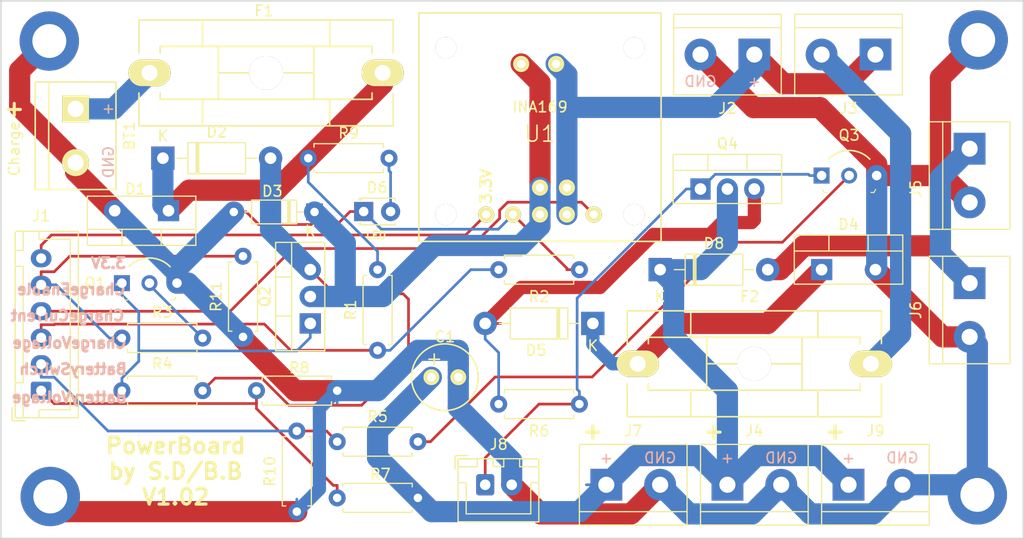
<source format=kicad_pcb>
(kicad_pcb (version 20171130) (host pcbnew "(5.1.9)-1")

  (general
    (thickness 1.6)
    (drawings 26)
    (tracks 252)
    (zones 0)
    (modules 40)
    (nets 23)
  )

  (page A4)
  (layers
    (0 F.Cu signal)
    (31 B.Cu signal)
    (32 B.Adhes user)
    (33 F.Adhes user)
    (34 B.Paste user)
    (35 F.Paste user)
    (36 B.SilkS user hide)
    (37 F.SilkS user)
    (38 B.Mask user)
    (39 F.Mask user)
    (40 Dwgs.User user)
    (41 Cmts.User user)
    (42 Eco1.User user)
    (43 Eco2.User user)
    (44 Edge.Cuts user)
    (45 Margin user)
    (46 B.CrtYd user)
    (47 F.CrtYd user)
    (48 B.Fab user hide)
    (49 F.Fab user hide)
  )

  (setup
    (last_trace_width 0.254)
    (user_trace_width 0.4)
    (user_trace_width 0.5)
    (user_trace_width 1.25)
    (user_trace_width 2)
    (user_trace_width 2.25)
    (trace_clearance 0.254)
    (zone_clearance 0.508)
    (zone_45_only no)
    (trace_min 0.2)
    (via_size 0.8)
    (via_drill 0.4)
    (via_min_size 0.4)
    (via_min_drill 0.3)
    (uvia_size 0.3)
    (uvia_drill 0.1)
    (uvias_allowed no)
    (uvia_min_size 0.2)
    (uvia_min_drill 0.1)
    (edge_width 0.05)
    (segment_width 0.2)
    (pcb_text_width 0.3)
    (pcb_text_size 1.5 1.5)
    (mod_edge_width 0.12)
    (mod_text_size 1 1)
    (mod_text_width 0.15)
    (pad_size 4.7 4.7)
    (pad_drill 2.7)
    (pad_to_mask_clearance 0)
    (aux_axis_origin 0 0)
    (visible_elements 7FFFFFFF)
    (pcbplotparams
      (layerselection 0x010fc_ffffffff)
      (usegerberextensions true)
      (usegerberattributes false)
      (usegerberadvancedattributes false)
      (creategerberjobfile false)
      (excludeedgelayer true)
      (linewidth 0.100000)
      (plotframeref false)
      (viasonmask false)
      (mode 1)
      (useauxorigin false)
      (hpglpennumber 1)
      (hpglpenspeed 20)
      (hpglpendiameter 15.000000)
      (psnegative false)
      (psa4output false)
      (plotreference true)
      (plotvalue false)
      (plotinvisibletext false)
      (padsonsilk false)
      (subtractmaskfromsilk true)
      (outputformat 1)
      (mirror false)
      (drillshape 0)
      (scaleselection 1)
      (outputdirectory "charge101gerber/"))
  )

  (net 0 "")
  (net 1 GND)
  (net 2 "Net-(BT1-Pad1)")
  (net 3 "Net-(C1-Pad1)")
  (net 4 "Net-(D1-Pad1)")
  (net 5 "Net-(D2-Pad2)")
  (net 6 "Net-(D3-Pad1)")
  (net 7 "Net-(D4-Pad1)")
  (net 8 "Net-(D5-Pad2)")
  (net 9 "Net-(F2-Pad1)")
  (net 10 pinChargeEnable)
  (net 11 pinChargeCurrent)
  (net 12 pinChargeVoltage)
  (net 13 pinBatterySwitch)
  (net 14 pinBatteryVoltage)
  (net 15 "Net-(J2-Pad1)")
  (net 16 "Net-(Q1-Pad1)")
  (net 17 "Net-(Q1-Pad2)")
  (net 18 "Net-(Q3-Pad2)")
  (net 19 +3V3)
  (net 20 "Net-(D6-Pad2)")
  (net 21 "Net-(J8-Pad1)")
  (net 22 "Net-(D8-Pad2)")

  (net_class Default "Dies ist die voreingestellte Netzklasse."
    (clearance 0.254)
    (trace_width 0.254)
    (via_dia 0.8)
    (via_drill 0.4)
    (uvia_dia 0.3)
    (uvia_drill 0.1)
    (diff_pair_width 0.254)
    (diff_pair_gap 0.254)
    (add_net +3V3)
    (add_net GND)
    (add_net "Net-(BT1-Pad1)")
    (add_net "Net-(C1-Pad1)")
    (add_net "Net-(D1-Pad1)")
    (add_net "Net-(D2-Pad2)")
    (add_net "Net-(D3-Pad1)")
    (add_net "Net-(D4-Pad1)")
    (add_net "Net-(D5-Pad2)")
    (add_net "Net-(D6-Pad2)")
    (add_net "Net-(D8-Pad2)")
    (add_net "Net-(F2-Pad1)")
    (add_net "Net-(J2-Pad1)")
    (add_net "Net-(J8-Pad1)")
    (add_net "Net-(Q1-Pad1)")
    (add_net "Net-(Q1-Pad2)")
    (add_net "Net-(Q3-Pad2)")
    (add_net pinBatterySwitch)
    (add_net pinBatteryVoltage)
    (add_net pinChargeCurrent)
    (add_net pinChargeEnable)
    (add_net pinChargeVoltage)
  )

  (net_class +24V ""
    (clearance 0.55)
    (trace_width 1.5)
    (via_dia 0.8)
    (via_drill 0.4)
    (uvia_dia 0.3)
    (uvia_drill 0.1)
    (diff_pair_width 0.55)
    (diff_pair_gap 1.5)
  )

  (net_class +3V ""
    (clearance 0.254)
    (trace_width 0.5)
    (via_dia 0.8)
    (via_drill 0.4)
    (uvia_dia 0.3)
    (uvia_drill 0.1)
    (diff_pair_width 0.5)
    (diff_pair_gap 0.5)
  )

  (module MountingHole:MountingHole_3.2mm_M3_DIN965_Pad_TopBottom (layer F.Cu) (tedit 56D1B4CB) (tstamp 60731518)
    (at 160.83 107.84)
    (descr "Mounting Hole 3.2mm, M3, DIN965")
    (tags "mounting hole 3.2mm m3 din965")
    (path /6073E1F7)
    (attr virtual)
    (fp_text reference H2 (at -4.18 -2.28) (layer F.Fab) hide
      (effects (font (size 1 1) (thickness 0.15)))
    )
    (fp_text value MountingHole_Pad (at -0.81 -7.51) (layer F.Fab) hide
      (effects (font (size 1 1) (thickness 0.15)))
    )
    (fp_circle (center 0 0) (end 2.8 0) (layer Cmts.User) (width 0.15))
    (fp_circle (center 0 0) (end 3.05 0) (layer F.CrtYd) (width 0.05))
    (fp_text user %R (at 0.3 0) (layer F.Fab) hide
      (effects (font (size 1 1) (thickness 0.15)))
    )
    (pad 1 connect circle (at 0 0) (size 5.6 5.6) (layers B.Cu B.Mask)
      (net 1 GND))
    (pad 1 connect circle (at 0 0) (size 5.6 5.6) (layers F.Cu F.Mask)
      (net 1 GND))
    (pad 1 thru_hole circle (at 0 0) (size 3.6 3.6) (drill 3.2) (layers *.Cu *.Mask)
      (net 1 GND))
  )

  (module MountingHole:MountingHole_3.2mm_M3_DIN965_Pad_TopBottom (layer F.Cu) (tedit 56D1B4CB) (tstamp 6073152C)
    (at 73.25 150.97)
    (descr "Mounting Hole 3.2mm, M3, DIN965")
    (tags "mounting hole 3.2mm m3 din965")
    (path /6073E5C5)
    (attr virtual)
    (fp_text reference H4 (at 0 -3.8) (layer F.Fab) hide
      (effects (font (size 1 1) (thickness 0.15)))
    )
    (fp_text value MountingHole_Pad (at 9.55 2.2) (layer F.Fab) hide
      (effects (font (size 1 1) (thickness 0.15)))
    )
    (fp_circle (center 0 0) (end 2.8 0) (layer Cmts.User) (width 0.15))
    (fp_circle (center 0 0) (end 3.05 0) (layer F.CrtYd) (width 0.05))
    (fp_text user %R (at 0.3 0) (layer F.Fab) hide
      (effects (font (size 1 1) (thickness 0.15)))
    )
    (pad 1 connect circle (at 0 0) (size 5.6 5.6) (layers B.Cu B.Mask)
      (net 1 GND))
    (pad 1 connect circle (at 0 0) (size 5.6 5.6) (layers F.Cu F.Mask)
      (net 1 GND))
    (pad 1 thru_hole circle (at 0 0) (size 3.6 3.6) (drill 3.2) (layers *.Cu *.Mask)
      (net 1 GND))
  )

  (module MountingHole:MountingHole_3.2mm_M3_DIN965_Pad_TopBottom (layer F.Cu) (tedit 56D1B4CB) (tstamp 60731522)
    (at 160.75 150.82)
    (descr "Mounting Hole 3.2mm, M3, DIN965")
    (tags "mounting hole 3.2mm m3 din965")
    (path /6073E399)
    (attr virtual)
    (fp_text reference H3 (at 0 -3.8) (layer F.Fab) hide
      (effects (font (size 1 1) (thickness 0.15)))
    )
    (fp_text value MountingHole_Pad (at 1.81 6.66) (layer F.Fab) hide
      (effects (font (size 1 1) (thickness 0.15)))
    )
    (fp_circle (center 0 0) (end 2.8 0) (layer Cmts.User) (width 0.15))
    (fp_circle (center 0 0) (end 3.05 0) (layer F.CrtYd) (width 0.05))
    (fp_text user %R (at 0.3 0) (layer F.Fab) hide
      (effects (font (size 1 1) (thickness 0.15)))
    )
    (pad 1 connect circle (at 0 0) (size 5.6 5.6) (layers B.Cu B.Mask)
      (net 1 GND))
    (pad 1 connect circle (at 0 0) (size 5.6 5.6) (layers F.Cu F.Mask)
      (net 1 GND))
    (pad 1 thru_hole circle (at 0 0) (size 3.6 3.6) (drill 3.2) (layers *.Cu *.Mask)
      (net 1 GND))
  )

  (module MountingHole:MountingHole_3.2mm_M3_DIN965_Pad_TopBottom (layer F.Cu) (tedit 56D1B4CB) (tstamp 6073150E)
    (at 73.16 107.94)
    (descr "Mounting Hole 3.2mm, M3, DIN965")
    (tags "mounting hole 3.2mm m3 din965")
    (path /6073B4AE)
    (attr virtual)
    (fp_text reference H1 (at 4.25 -17.77) (layer F.Fab) hide
      (effects (font (size 1 1) (thickness 0.15)))
    )
    (fp_text value MountingHole_Pad (at 12.49 -17.77) (layer F.Fab) hide
      (effects (font (size 1 1) (thickness 0.15)))
    )
    (fp_circle (center 0 0) (end 2.8 0) (layer Cmts.User) (width 0.15))
    (fp_circle (center 0 0) (end 3.05 0) (layer F.CrtYd) (width 0.05))
    (fp_text user %R (at 0.3 0) (layer F.Fab) hide
      (effects (font (size 1 1) (thickness 0.15)))
    )
    (pad 1 connect circle (at 0 0) (size 5.6 5.6) (layers B.Cu B.Mask)
      (net 1 GND))
    (pad 1 connect circle (at 0 0) (size 5.6 5.6) (layers F.Cu F.Mask)
      (net 1 GND))
    (pad 1 thru_hole circle (at 0 0) (size 3.6 3.6) (drill 3.2) (layers *.Cu *.Mask)
      (net 1 GND))
  )

  (module Resistor_THT:R_Axial_DIN0207_L6.3mm_D2.5mm_P7.62mm_Horizontal (layer F.Cu) (tedit 5AE5139B) (tstamp 60AC9EBA)
    (at 91.44 128.27 270)
    (descr "Resistor, Axial_DIN0207 series, Axial, Horizontal, pin pitch=7.62mm, 0.25W = 1/4W, length*diameter=6.3*2.5mm^2, http://cdn-reichelt.de/documents/datenblatt/B400/1_4W%23YAG.pdf")
    (tags "Resistor Axial_DIN0207 series Axial Horizontal pin pitch 7.62mm 0.25W = 1/4W length 6.3mm diameter 2.5mm")
    (path /60C5823D)
    (fp_text reference R11 (at 3.81 2.54 90) (layer F.SilkS)
      (effects (font (size 1 1) (thickness 0.15)))
    )
    (fp_text value 2k2 (at 3.81 2.37 90) (layer F.Fab)
      (effects (font (size 1 1) (thickness 0.15)))
    )
    (fp_line (start 0.66 -1.25) (end 0.66 1.25) (layer F.Fab) (width 0.1))
    (fp_line (start 0.66 1.25) (end 6.96 1.25) (layer F.Fab) (width 0.1))
    (fp_line (start 6.96 1.25) (end 6.96 -1.25) (layer F.Fab) (width 0.1))
    (fp_line (start 6.96 -1.25) (end 0.66 -1.25) (layer F.Fab) (width 0.1))
    (fp_line (start 0 0) (end 0.66 0) (layer F.Fab) (width 0.1))
    (fp_line (start 7.62 0) (end 6.96 0) (layer F.Fab) (width 0.1))
    (fp_line (start 0.54 -1.04) (end 0.54 -1.37) (layer F.SilkS) (width 0.12))
    (fp_line (start 0.54 -1.37) (end 7.08 -1.37) (layer F.SilkS) (width 0.12))
    (fp_line (start 7.08 -1.37) (end 7.08 -1.04) (layer F.SilkS) (width 0.12))
    (fp_line (start 0.54 1.04) (end 0.54 1.37) (layer F.SilkS) (width 0.12))
    (fp_line (start 0.54 1.37) (end 7.08 1.37) (layer F.SilkS) (width 0.12))
    (fp_line (start 7.08 1.37) (end 7.08 1.04) (layer F.SilkS) (width 0.12))
    (fp_line (start -1.05 -1.5) (end -1.05 1.5) (layer F.CrtYd) (width 0.05))
    (fp_line (start -1.05 1.5) (end 8.67 1.5) (layer F.CrtYd) (width 0.05))
    (fp_line (start 8.67 1.5) (end 8.67 -1.5) (layer F.CrtYd) (width 0.05))
    (fp_line (start 8.67 -1.5) (end -1.05 -1.5) (layer F.CrtYd) (width 0.05))
    (fp_text user %R (at 3.81 0 90) (layer F.Fab)
      (effects (font (size 1 1) (thickness 0.15)))
    )
    (pad 2 thru_hole oval (at 7.62 0 270) (size 1.6 1.6) (drill 0.8) (layers *.Cu *.Mask)
      (net 1 GND))
    (pad 1 thru_hole circle (at 0 0 270) (size 1.6 1.6) (drill 0.8) (layers *.Cu *.Mask)
      (net 10 pinChargeEnable))
    (model ${KISYS3DMOD}/Resistor_THT.3dshapes/R_Axial_DIN0207_L6.3mm_D2.5mm_P7.62mm_Horizontal.wrl
      (at (xyz 0 0 0))
      (scale (xyz 1 1 1))
      (rotate (xyz 0 0 0))
    )
  )

  (module TerminalBlock:TerminalBlock_bornier-2_P5.08mm (layer F.Cu) (tedit 59FF03AB) (tstamp 60AC87B9)
    (at 151.13 109.22 180)
    (descr "simple 2-pin terminal block, pitch 5.08mm, revamped version of bornier2")
    (tags "terminal block bornier2")
    (path /607207B7)
    (fp_text reference J3 (at 2.54 -5.08) (layer F.SilkS)
      (effects (font (size 1 1) (thickness 0.15)))
    )
    (fp_text value "Power Switch" (at 2.54 5.08) (layer F.Fab)
      (effects (font (size 1 1) (thickness 0.15)))
    )
    (fp_line (start -2.41 2.55) (end 7.49 2.55) (layer F.Fab) (width 0.1))
    (fp_line (start -2.46 -3.75) (end -2.46 3.75) (layer F.Fab) (width 0.1))
    (fp_line (start -2.46 3.75) (end 7.54 3.75) (layer F.Fab) (width 0.1))
    (fp_line (start 7.54 3.75) (end 7.54 -3.75) (layer F.Fab) (width 0.1))
    (fp_line (start 7.54 -3.75) (end -2.46 -3.75) (layer F.Fab) (width 0.1))
    (fp_line (start 7.62 2.54) (end -2.54 2.54) (layer F.SilkS) (width 0.12))
    (fp_line (start 7.62 3.81) (end 7.62 -3.81) (layer F.SilkS) (width 0.12))
    (fp_line (start 7.62 -3.81) (end -2.54 -3.81) (layer F.SilkS) (width 0.12))
    (fp_line (start -2.54 -3.81) (end -2.54 3.81) (layer F.SilkS) (width 0.12))
    (fp_line (start -2.54 3.81) (end 7.62 3.81) (layer F.SilkS) (width 0.12))
    (fp_line (start -2.71 -4) (end 7.79 -4) (layer F.CrtYd) (width 0.05))
    (fp_line (start -2.71 -4) (end -2.71 4) (layer F.CrtYd) (width 0.05))
    (fp_line (start 7.79 4) (end 7.79 -4) (layer F.CrtYd) (width 0.05))
    (fp_line (start 7.79 4) (end -2.71 4) (layer F.CrtYd) (width 0.05))
    (fp_text user %R (at 2.54 0) (layer F.Fab)
      (effects (font (size 1 1) (thickness 0.15)))
    )
    (pad 2 thru_hole circle (at 5.08 0 180) (size 3 3) (drill 1.52) (layers *.Cu *.Mask)
      (net 9 "Net-(F2-Pad1)"))
    (pad 1 thru_hole rect (at 0 0 180) (size 3 3) (drill 1.52) (layers *.Cu *.Mask)
      (net 15 "Net-(J2-Pad1)"))
    (model ${KISYS3DMOD}/TerminalBlock.3dshapes/TerminalBlock_bornier-2_P5.08mm.wrl
      (offset (xyz 2.539999961853027 0 0))
      (scale (xyz 1 1 1))
      (rotate (xyz 0 0 0))
    )
  )

  (module TerminalBlock:TerminalBlock_bornier-2_P5.08mm (layer F.Cu) (tedit 59FF03AB) (tstamp 60AC7965)
    (at 139.7 109.22 180)
    (descr "simple 2-pin terminal block, pitch 5.08mm, revamped version of bornier2")
    (tags "terminal block bornier2")
    (path /60721ABE)
    (fp_text reference J2 (at 2.54 -5.08) (layer F.SilkS)
      (effects (font (size 1 1) (thickness 0.15)))
    )
    (fp_text value Battery (at 2.54 5.08) (layer F.Fab)
      (effects (font (size 1 1) (thickness 0.15)))
    )
    (fp_line (start -2.41 2.55) (end 7.49 2.55) (layer F.Fab) (width 0.1))
    (fp_line (start -2.46 -3.75) (end -2.46 3.75) (layer F.Fab) (width 0.1))
    (fp_line (start -2.46 3.75) (end 7.54 3.75) (layer F.Fab) (width 0.1))
    (fp_line (start 7.54 3.75) (end 7.54 -3.75) (layer F.Fab) (width 0.1))
    (fp_line (start 7.54 -3.75) (end -2.46 -3.75) (layer F.Fab) (width 0.1))
    (fp_line (start 7.62 2.54) (end -2.54 2.54) (layer F.SilkS) (width 0.12))
    (fp_line (start 7.62 3.81) (end 7.62 -3.81) (layer F.SilkS) (width 0.12))
    (fp_line (start 7.62 -3.81) (end -2.54 -3.81) (layer F.SilkS) (width 0.12))
    (fp_line (start -2.54 -3.81) (end -2.54 3.81) (layer F.SilkS) (width 0.12))
    (fp_line (start -2.54 3.81) (end 7.62 3.81) (layer F.SilkS) (width 0.12))
    (fp_line (start -2.71 -4) (end 7.79 -4) (layer F.CrtYd) (width 0.05))
    (fp_line (start -2.71 -4) (end -2.71 4) (layer F.CrtYd) (width 0.05))
    (fp_line (start 7.79 4) (end 7.79 -4) (layer F.CrtYd) (width 0.05))
    (fp_line (start 7.79 4) (end -2.71 4) (layer F.CrtYd) (width 0.05))
    (fp_text user %R (at 2.54 0) (layer F.Fab)
      (effects (font (size 1 1) (thickness 0.15)))
    )
    (pad 2 thru_hole circle (at 5.08 0 180) (size 3 3) (drill 1.52) (layers *.Cu *.Mask)
      (net 1 GND))
    (pad 1 thru_hole rect (at 0 0 180) (size 3 3) (drill 1.52) (layers *.Cu *.Mask)
      (net 15 "Net-(J2-Pad1)"))
    (model ${KISYS3DMOD}/TerminalBlock.3dshapes/TerminalBlock_bornier-2_P5.08mm.wrl
      (offset (xyz 2.539999961853027 0 0))
      (scale (xyz 1 1 1))
      (rotate (xyz 0 0 0))
    )
  )

  (module TerminalBlock:TerminalBlock_bornier-2_P5.08mm (layer F.Cu) (tedit 59FF03AB) (tstamp 60AC6A77)
    (at 160.02 118.11 270)
    (descr "simple 2-pin terminal block, pitch 5.08mm, revamped version of bornier2")
    (tags "terminal block bornier2")
    (path /60749513)
    (fp_text reference J5 (at 3.81 5.08 90) (layer F.SilkS)
      (effects (font (size 1 1) (thickness 0.15)))
    )
    (fp_text value Motor_Drive (at 2.54 -2.54 90) (layer F.Fab)
      (effects (font (size 1 1) (thickness 0.15)))
    )
    (fp_line (start -2.41 2.55) (end 7.49 2.55) (layer F.Fab) (width 0.1))
    (fp_line (start -2.46 -3.75) (end -2.46 3.75) (layer F.Fab) (width 0.1))
    (fp_line (start -2.46 3.75) (end 7.54 3.75) (layer F.Fab) (width 0.1))
    (fp_line (start 7.54 3.75) (end 7.54 -3.75) (layer F.Fab) (width 0.1))
    (fp_line (start 7.54 -3.75) (end -2.46 -3.75) (layer F.Fab) (width 0.1))
    (fp_line (start 7.62 2.54) (end -2.54 2.54) (layer F.SilkS) (width 0.12))
    (fp_line (start 7.62 3.81) (end 7.62 -3.81) (layer F.SilkS) (width 0.12))
    (fp_line (start 7.62 -3.81) (end -2.54 -3.81) (layer F.SilkS) (width 0.12))
    (fp_line (start -2.54 -3.81) (end -2.54 3.81) (layer F.SilkS) (width 0.12))
    (fp_line (start -2.54 3.81) (end 7.62 3.81) (layer F.SilkS) (width 0.12))
    (fp_line (start -2.71 -4) (end 7.79 -4) (layer F.CrtYd) (width 0.05))
    (fp_line (start -2.71 -4) (end -2.71 4) (layer F.CrtYd) (width 0.05))
    (fp_line (start 7.79 4) (end 7.79 -4) (layer F.CrtYd) (width 0.05))
    (fp_line (start 7.79 4) (end -2.71 4) (layer F.CrtYd) (width 0.05))
    (fp_text user %R (at 2.54 0 90) (layer F.Fab)
      (effects (font (size 1 1) (thickness 0.15)))
    )
    (pad 2 thru_hole circle (at 5.08 0 270) (size 3 3) (drill 1.52) (layers *.Cu *.Mask)
      (net 1 GND))
    (pad 1 thru_hole rect (at 0 0 270) (size 3 3) (drill 1.52) (layers *.Cu *.Mask)
      (net 22 "Net-(D8-Pad2)"))
    (model ${KISYS3DMOD}/TerminalBlock.3dshapes/TerminalBlock_bornier-2_P5.08mm.wrl
      (offset (xyz 2.539999961853027 0 0))
      (scale (xyz 1 1 1))
      (rotate (xyz 0 0 0))
    )
  )

  (module TerminalBlock:TerminalBlock_bornier-2_P5.08mm (layer F.Cu) (tedit 59FF03AB) (tstamp 60AC5C24)
    (at 160.02 130.81 270)
    (descr "simple 2-pin terminal block, pitch 5.08mm, revamped version of bornier2")
    (tags "terminal block bornier2")
    (path /6074E527)
    (fp_text reference J6 (at 2.54 5.08 90) (layer F.SilkS)
      (effects (font (size 1 1) (thickness 0.15)))
    )
    (fp_text value Motor_Cutter (at 2.54 -2.54 90) (layer F.Fab)
      (effects (font (size 1 1) (thickness 0.15)))
    )
    (fp_line (start -2.41 2.55) (end 7.49 2.55) (layer F.Fab) (width 0.1))
    (fp_line (start -2.46 -3.75) (end -2.46 3.75) (layer F.Fab) (width 0.1))
    (fp_line (start -2.46 3.75) (end 7.54 3.75) (layer F.Fab) (width 0.1))
    (fp_line (start 7.54 3.75) (end 7.54 -3.75) (layer F.Fab) (width 0.1))
    (fp_line (start 7.54 -3.75) (end -2.46 -3.75) (layer F.Fab) (width 0.1))
    (fp_line (start 7.62 2.54) (end -2.54 2.54) (layer F.SilkS) (width 0.12))
    (fp_line (start 7.62 3.81) (end 7.62 -3.81) (layer F.SilkS) (width 0.12))
    (fp_line (start 7.62 -3.81) (end -2.54 -3.81) (layer F.SilkS) (width 0.12))
    (fp_line (start -2.54 -3.81) (end -2.54 3.81) (layer F.SilkS) (width 0.12))
    (fp_line (start -2.54 3.81) (end 7.62 3.81) (layer F.SilkS) (width 0.12))
    (fp_line (start -2.71 -4) (end 7.79 -4) (layer F.CrtYd) (width 0.05))
    (fp_line (start -2.71 -4) (end -2.71 4) (layer F.CrtYd) (width 0.05))
    (fp_line (start 7.79 4) (end 7.79 -4) (layer F.CrtYd) (width 0.05))
    (fp_line (start 7.79 4) (end -2.71 4) (layer F.CrtYd) (width 0.05))
    (fp_text user %R (at 2.54 0 90) (layer F.Fab)
      (effects (font (size 1 1) (thickness 0.15)))
    )
    (pad 2 thru_hole circle (at 5.08 0 270) (size 3 3) (drill 1.52) (layers *.Cu *.Mask)
      (net 1 GND))
    (pad 1 thru_hole rect (at 0 0 270) (size 3 3) (drill 1.52) (layers *.Cu *.Mask)
      (net 22 "Net-(D8-Pad2)"))
    (model ${KISYS3DMOD}/TerminalBlock.3dshapes/TerminalBlock_bornier-2_P5.08mm.wrl
      (offset (xyz 2.539999961853027 0 0))
      (scale (xyz 1 1 1))
      (rotate (xyz 0 0 0))
    )
  )

  (module TerminalBlock:TerminalBlock_bornier-2_P5.08mm (layer F.Cu) (tedit 59FF03AB) (tstamp 60AC24EB)
    (at 125.73 149.86)
    (descr "simple 2-pin terminal block, pitch 5.08mm, revamped version of bornier2")
    (tags "terminal block bornier2")
    (path /6074E736)
    (fp_text reference J7 (at 2.54 -5.08) (layer F.SilkS)
      (effects (font (size 1 1) (thickness 0.15)))
    )
    (fp_text value "24V Out" (at 2.54 6.35) (layer F.Fab)
      (effects (font (size 1 1) (thickness 0.15)))
    )
    (fp_line (start -2.41 2.55) (end 7.49 2.55) (layer F.Fab) (width 0.1))
    (fp_line (start -2.46 -3.75) (end -2.46 3.75) (layer F.Fab) (width 0.1))
    (fp_line (start -2.46 3.75) (end 7.54 3.75) (layer F.Fab) (width 0.1))
    (fp_line (start 7.54 3.75) (end 7.54 -3.75) (layer F.Fab) (width 0.1))
    (fp_line (start 7.54 -3.75) (end -2.46 -3.75) (layer F.Fab) (width 0.1))
    (fp_line (start 7.62 2.54) (end -2.54 2.54) (layer F.SilkS) (width 0.12))
    (fp_line (start 7.62 3.81) (end 7.62 -3.81) (layer F.SilkS) (width 0.12))
    (fp_line (start 7.62 -3.81) (end -2.54 -3.81) (layer F.SilkS) (width 0.12))
    (fp_line (start -2.54 -3.81) (end -2.54 3.81) (layer F.SilkS) (width 0.12))
    (fp_line (start -2.54 3.81) (end 7.62 3.81) (layer F.SilkS) (width 0.12))
    (fp_line (start -2.71 -4) (end 7.79 -4) (layer F.CrtYd) (width 0.05))
    (fp_line (start -2.71 -4) (end -2.71 4) (layer F.CrtYd) (width 0.05))
    (fp_line (start 7.79 4) (end 7.79 -4) (layer F.CrtYd) (width 0.05))
    (fp_line (start 7.79 4) (end -2.71 4) (layer F.CrtYd) (width 0.05))
    (fp_text user %R (at 2.54 0) (layer F.Fab)
      (effects (font (size 1 1) (thickness 0.15)))
    )
    (pad 2 thru_hole circle (at 5.08 0) (size 3 3) (drill 1.52) (layers *.Cu *.Mask)
      (net 1 GND))
    (pad 1 thru_hole rect (at 0 0) (size 3 3) (drill 1.52) (layers *.Cu *.Mask)
      (net 3 "Net-(C1-Pad1)"))
    (model ${KISYS3DMOD}/TerminalBlock.3dshapes/TerminalBlock_bornier-2_P5.08mm.wrl
      (offset (xyz 2.539999961853027 0 0))
      (scale (xyz 1 1 1))
      (rotate (xyz 0 0 0))
    )
  )

  (module TerminalBlock:TerminalBlock_bornier-2_P5.08mm (layer F.Cu) (tedit 59FF03AB) (tstamp 60AC164E)
    (at 137.16 149.86)
    (descr "simple 2-pin terminal block, pitch 5.08mm, revamped version of bornier2")
    (tags "terminal block bornier2")
    (path /609318F2)
    (fp_text reference J4 (at 2.54 -5.08) (layer F.SilkS)
      (effects (font (size 1 1) (thickness 0.15)))
    )
    (fp_text value "24V Out" (at 3.81 6.35) (layer F.Fab)
      (effects (font (size 1 1) (thickness 0.15)))
    )
    (fp_line (start -2.41 2.55) (end 7.49 2.55) (layer F.Fab) (width 0.1))
    (fp_line (start -2.46 -3.75) (end -2.46 3.75) (layer F.Fab) (width 0.1))
    (fp_line (start -2.46 3.75) (end 7.54 3.75) (layer F.Fab) (width 0.1))
    (fp_line (start 7.54 3.75) (end 7.54 -3.75) (layer F.Fab) (width 0.1))
    (fp_line (start 7.54 -3.75) (end -2.46 -3.75) (layer F.Fab) (width 0.1))
    (fp_line (start 7.62 2.54) (end -2.54 2.54) (layer F.SilkS) (width 0.12))
    (fp_line (start 7.62 3.81) (end 7.62 -3.81) (layer F.SilkS) (width 0.12))
    (fp_line (start 7.62 -3.81) (end -2.54 -3.81) (layer F.SilkS) (width 0.12))
    (fp_line (start -2.54 -3.81) (end -2.54 3.81) (layer F.SilkS) (width 0.12))
    (fp_line (start -2.54 3.81) (end 7.62 3.81) (layer F.SilkS) (width 0.12))
    (fp_line (start -2.71 -4) (end 7.79 -4) (layer F.CrtYd) (width 0.05))
    (fp_line (start -2.71 -4) (end -2.71 4) (layer F.CrtYd) (width 0.05))
    (fp_line (start 7.79 4) (end 7.79 -4) (layer F.CrtYd) (width 0.05))
    (fp_line (start 7.79 4) (end -2.71 4) (layer F.CrtYd) (width 0.05))
    (fp_text user %R (at 2.54 0) (layer F.Fab)
      (effects (font (size 1 1) (thickness 0.15)))
    )
    (pad 2 thru_hole circle (at 5.08 0) (size 3 3) (drill 1.52) (layers *.Cu *.Mask)
      (net 1 GND))
    (pad 1 thru_hole rect (at 0 0) (size 3 3) (drill 1.52) (layers *.Cu *.Mask)
      (net 3 "Net-(C1-Pad1)"))
    (model ${KISYS3DMOD}/TerminalBlock.3dshapes/TerminalBlock_bornier-2_P5.08mm.wrl
      (offset (xyz 2.539999961853027 0 0))
      (scale (xyz 1 1 1))
      (rotate (xyz 0 0 0))
    )
  )

  (module TerminalBlock:TerminalBlock_bornier-2_P5.08mm (layer F.Cu) (tedit 59FF03AB) (tstamp 60AC092C)
    (at 148.59 149.86)
    (descr "simple 2-pin terminal block, pitch 5.08mm, revamped version of bornier2")
    (tags "terminal block bornier2")
    (path /60BDF668)
    (fp_text reference J9 (at 2.54 -5.08) (layer F.SilkS)
      (effects (font (size 1 1) (thickness 0.15)))
    )
    (fp_text value "24V out" (at 2.54 6.35) (layer F.Fab)
      (effects (font (size 1 1) (thickness 0.15)))
    )
    (fp_line (start -2.41 2.55) (end 7.49 2.55) (layer F.Fab) (width 0.1))
    (fp_line (start -2.46 -3.75) (end -2.46 3.75) (layer F.Fab) (width 0.1))
    (fp_line (start -2.46 3.75) (end 7.54 3.75) (layer F.Fab) (width 0.1))
    (fp_line (start 7.54 3.75) (end 7.54 -3.75) (layer F.Fab) (width 0.1))
    (fp_line (start 7.54 -3.75) (end -2.46 -3.75) (layer F.Fab) (width 0.1))
    (fp_line (start 7.62 2.54) (end -2.54 2.54) (layer F.SilkS) (width 0.12))
    (fp_line (start 7.62 3.81) (end 7.62 -3.81) (layer F.SilkS) (width 0.12))
    (fp_line (start 7.62 -3.81) (end -2.54 -3.81) (layer F.SilkS) (width 0.12))
    (fp_line (start -2.54 -3.81) (end -2.54 3.81) (layer F.SilkS) (width 0.12))
    (fp_line (start -2.54 3.81) (end 7.62 3.81) (layer F.SilkS) (width 0.12))
    (fp_line (start -2.71 -4) (end 7.79 -4) (layer F.CrtYd) (width 0.05))
    (fp_line (start -2.71 -4) (end -2.71 4) (layer F.CrtYd) (width 0.05))
    (fp_line (start 7.79 4) (end 7.79 -4) (layer F.CrtYd) (width 0.05))
    (fp_line (start 7.79 4) (end -2.71 4) (layer F.CrtYd) (width 0.05))
    (fp_text user %R (at 2.54 0) (layer F.Fab)
      (effects (font (size 1 1) (thickness 0.15)))
    )
    (pad 2 thru_hole circle (at 5.08 0) (size 3 3) (drill 1.52) (layers *.Cu *.Mask)
      (net 1 GND))
    (pad 1 thru_hole rect (at 0 0) (size 3 3) (drill 1.52) (layers *.Cu *.Mask)
      (net 3 "Net-(C1-Pad1)"))
    (model ${KISYS3DMOD}/TerminalBlock.3dshapes/TerminalBlock_bornier-2_P5.08mm.wrl
      (offset (xyz 2.539999961853027 0 0))
      (scale (xyz 1 1 1))
      (rotate (xyz 0 0 0))
    )
  )

  (module Package_TO_SOT_THT:TO-220-3_Vertical (layer F.Cu) (tedit 5AC8BA0D) (tstamp 60ABA28A)
    (at 97.79 134.62 90)
    (descr "TO-220-3, Vertical, RM 2.54mm, see https://www.vishay.com/docs/66542/to-220-1.pdf")
    (tags "TO-220-3 Vertical RM 2.54mm")
    (path /60B519B7)
    (fp_text reference Q2 (at 2.54 -4.27 90) (layer F.SilkS)
      (effects (font (size 1 1) (thickness 0.15)))
    )
    (fp_text value IRF9540N (at 2.54 2.5 90) (layer F.Fab)
      (effects (font (size 1 1) (thickness 0.15)))
    )
    (fp_line (start -2.46 -3.15) (end -2.46 1.25) (layer F.Fab) (width 0.1))
    (fp_line (start -2.46 1.25) (end 7.54 1.25) (layer F.Fab) (width 0.1))
    (fp_line (start 7.54 1.25) (end 7.54 -3.15) (layer F.Fab) (width 0.1))
    (fp_line (start 7.54 -3.15) (end -2.46 -3.15) (layer F.Fab) (width 0.1))
    (fp_line (start -2.46 -1.88) (end 7.54 -1.88) (layer F.Fab) (width 0.1))
    (fp_line (start 0.69 -3.15) (end 0.69 -1.88) (layer F.Fab) (width 0.1))
    (fp_line (start 4.39 -3.15) (end 4.39 -1.88) (layer F.Fab) (width 0.1))
    (fp_line (start -2.58 -3.27) (end 7.66 -3.27) (layer F.SilkS) (width 0.12))
    (fp_line (start -2.58 1.371) (end 7.66 1.371) (layer F.SilkS) (width 0.12))
    (fp_line (start -2.58 -3.27) (end -2.58 1.371) (layer F.SilkS) (width 0.12))
    (fp_line (start 7.66 -3.27) (end 7.66 1.371) (layer F.SilkS) (width 0.12))
    (fp_line (start -2.58 -1.76) (end 7.66 -1.76) (layer F.SilkS) (width 0.12))
    (fp_line (start 0.69 -3.27) (end 0.69 -1.76) (layer F.SilkS) (width 0.12))
    (fp_line (start 4.391 -3.27) (end 4.391 -1.76) (layer F.SilkS) (width 0.12))
    (fp_line (start -2.71 -3.4) (end -2.71 1.51) (layer F.CrtYd) (width 0.05))
    (fp_line (start -2.71 1.51) (end 7.79 1.51) (layer F.CrtYd) (width 0.05))
    (fp_line (start 7.79 1.51) (end 7.79 -3.4) (layer F.CrtYd) (width 0.05))
    (fp_line (start 7.79 -3.4) (end -2.71 -3.4) (layer F.CrtYd) (width 0.05))
    (fp_text user %R (at 2.54 -4.27 90) (layer F.Fab)
      (effects (font (size 1 1) (thickness 0.15)))
    )
    (pad 3 thru_hole oval (at 5.08 0 90) (size 1.905 2) (drill 1.1) (layers *.Cu *.Mask)
      (net 5 "Net-(D2-Pad2)"))
    (pad 2 thru_hole oval (at 2.54 0 90) (size 1.905 2) (drill 1.1) (layers *.Cu *.Mask)
      (net 6 "Net-(D3-Pad1)"))
    (pad 1 thru_hole rect (at 0 0 90) (size 1.905 2) (drill 1.1) (layers *.Cu *.Mask)
      (net 16 "Net-(Q1-Pad1)"))
    (model ${KISYS3DMOD}/Package_TO_SOT_THT.3dshapes/TO-220-3_Vertical.wrl
      (at (xyz 0 0 0))
      (scale (xyz 1 1 1))
      (rotate (xyz 0 0 0))
    )
  )

  (module Package_TO_SOT_THT:TO-220-3_Vertical (layer F.Cu) (tedit 5AC8BA0D) (tstamp 60AB8E07)
    (at 134.62 121.92)
    (descr "TO-220-3, Vertical, RM 2.54mm, see https://www.vishay.com/docs/66542/to-220-1.pdf")
    (tags "TO-220-3 Vertical RM 2.54mm")
    (path /60B1B32A)
    (fp_text reference Q4 (at 2.54 -4.27) (layer F.SilkS)
      (effects (font (size 1 1) (thickness 0.15)))
    )
    (fp_text value IRF9540N (at 2.54 2.5) (layer F.Fab)
      (effects (font (size 1 1) (thickness 0.15)))
    )
    (fp_line (start 7.79 -3.4) (end -2.71 -3.4) (layer F.CrtYd) (width 0.05))
    (fp_line (start 7.79 1.51) (end 7.79 -3.4) (layer F.CrtYd) (width 0.05))
    (fp_line (start -2.71 1.51) (end 7.79 1.51) (layer F.CrtYd) (width 0.05))
    (fp_line (start -2.71 -3.4) (end -2.71 1.51) (layer F.CrtYd) (width 0.05))
    (fp_line (start 4.391 -3.27) (end 4.391 -1.76) (layer F.SilkS) (width 0.12))
    (fp_line (start 0.69 -3.27) (end 0.69 -1.76) (layer F.SilkS) (width 0.12))
    (fp_line (start -2.58 -1.76) (end 7.66 -1.76) (layer F.SilkS) (width 0.12))
    (fp_line (start 7.66 -3.27) (end 7.66 1.371) (layer F.SilkS) (width 0.12))
    (fp_line (start -2.58 -3.27) (end -2.58 1.371) (layer F.SilkS) (width 0.12))
    (fp_line (start -2.58 1.371) (end 7.66 1.371) (layer F.SilkS) (width 0.12))
    (fp_line (start -2.58 -3.27) (end 7.66 -3.27) (layer F.SilkS) (width 0.12))
    (fp_line (start 4.39 -3.15) (end 4.39 -1.88) (layer F.Fab) (width 0.1))
    (fp_line (start 0.69 -3.15) (end 0.69 -1.88) (layer F.Fab) (width 0.1))
    (fp_line (start -2.46 -1.88) (end 7.54 -1.88) (layer F.Fab) (width 0.1))
    (fp_line (start 7.54 -3.15) (end -2.46 -3.15) (layer F.Fab) (width 0.1))
    (fp_line (start 7.54 1.25) (end 7.54 -3.15) (layer F.Fab) (width 0.1))
    (fp_line (start -2.46 1.25) (end 7.54 1.25) (layer F.Fab) (width 0.1))
    (fp_line (start -2.46 -3.15) (end -2.46 1.25) (layer F.Fab) (width 0.1))
    (fp_text user %R (at 2.54 -4.27) (layer F.Fab)
      (effects (font (size 1 1) (thickness 0.15)))
    )
    (pad 3 thru_hole oval (at 5.08 0) (size 1.905 2) (drill 1.1) (layers *.Cu *.Mask)
      (net 8 "Net-(D5-Pad2)"))
    (pad 2 thru_hole oval (at 2.54 0) (size 1.905 2) (drill 1.1) (layers *.Cu *.Mask)
      (net 3 "Net-(C1-Pad1)"))
    (pad 1 thru_hole rect (at 0 0) (size 1.905 2) (drill 1.1) (layers *.Cu *.Mask)
      (net 21 "Net-(J8-Pad1)"))
    (model ${KISYS3DMOD}/Package_TO_SOT_THT.3dshapes/TO-220-3_Vertical.wrl
      (at (xyz 0 0 0))
      (scale (xyz 1 1 1))
      (rotate (xyz 0 0 0))
    )
  )

  (module Diode_THT:D_DO-41_SOD81_P10.16mm_Horizontal (layer F.Cu) (tedit 5AE50CD5) (tstamp 60AB6354)
    (at 130.81 129.54)
    (descr "Diode, DO-41_SOD81 series, Axial, Horizontal, pin pitch=10.16mm, , length*diameter=5.2*2.7mm^2, , http://www.diodes.com/_files/packages/DO-41%20(Plastic).pdf")
    (tags "Diode DO-41_SOD81 series Axial Horizontal pin pitch 10.16mm  length 5.2mm diameter 2.7mm")
    (path /60ABC1BF)
    (fp_text reference D8 (at 5.08 -2.47) (layer F.SilkS)
      (effects (font (size 1 1) (thickness 0.15)))
    )
    (fp_text value SB1240 (at 5.08 2.47) (layer F.Fab)
      (effects (font (size 1 1) (thickness 0.15)))
    )
    (fp_line (start 11.51 -1.6) (end -1.35 -1.6) (layer F.CrtYd) (width 0.05))
    (fp_line (start 11.51 1.6) (end 11.51 -1.6) (layer F.CrtYd) (width 0.05))
    (fp_line (start -1.35 1.6) (end 11.51 1.6) (layer F.CrtYd) (width 0.05))
    (fp_line (start -1.35 -1.6) (end -1.35 1.6) (layer F.CrtYd) (width 0.05))
    (fp_line (start 3.14 -1.47) (end 3.14 1.47) (layer F.SilkS) (width 0.12))
    (fp_line (start 3.38 -1.47) (end 3.38 1.47) (layer F.SilkS) (width 0.12))
    (fp_line (start 3.26 -1.47) (end 3.26 1.47) (layer F.SilkS) (width 0.12))
    (fp_line (start 8.82 0) (end 7.8 0) (layer F.SilkS) (width 0.12))
    (fp_line (start 1.34 0) (end 2.36 0) (layer F.SilkS) (width 0.12))
    (fp_line (start 7.8 -1.47) (end 2.36 -1.47) (layer F.SilkS) (width 0.12))
    (fp_line (start 7.8 1.47) (end 7.8 -1.47) (layer F.SilkS) (width 0.12))
    (fp_line (start 2.36 1.47) (end 7.8 1.47) (layer F.SilkS) (width 0.12))
    (fp_line (start 2.36 -1.47) (end 2.36 1.47) (layer F.SilkS) (width 0.12))
    (fp_line (start 3.16 -1.35) (end 3.16 1.35) (layer F.Fab) (width 0.1))
    (fp_line (start 3.36 -1.35) (end 3.36 1.35) (layer F.Fab) (width 0.1))
    (fp_line (start 3.26 -1.35) (end 3.26 1.35) (layer F.Fab) (width 0.1))
    (fp_line (start 10.16 0) (end 7.68 0) (layer F.Fab) (width 0.1))
    (fp_line (start 0 0) (end 2.48 0) (layer F.Fab) (width 0.1))
    (fp_line (start 7.68 -1.35) (end 2.48 -1.35) (layer F.Fab) (width 0.1))
    (fp_line (start 7.68 1.35) (end 7.68 -1.35) (layer F.Fab) (width 0.1))
    (fp_line (start 2.48 1.35) (end 7.68 1.35) (layer F.Fab) (width 0.1))
    (fp_line (start 2.48 -1.35) (end 2.48 1.35) (layer F.Fab) (width 0.1))
    (fp_text user K (at 0 2.54) (layer F.SilkS)
      (effects (font (size 1 1) (thickness 0.15)))
    )
    (fp_text user K (at 0 -2.1) (layer F.Fab)
      (effects (font (size 1 1) (thickness 0.15)))
    )
    (fp_text user %R (at 5.47 0) (layer F.Fab)
      (effects (font (size 1 1) (thickness 0.15)))
    )
    (pad 2 thru_hole oval (at 10.16 0) (size 2.2 2.2) (drill 1.1) (layers *.Cu *.Mask)
      (net 22 "Net-(D8-Pad2)"))
    (pad 1 thru_hole rect (at 0 0) (size 2.2 2.2) (drill 1.1) (layers *.Cu *.Mask)
      (net 3 "Net-(C1-Pad1)"))
    (model ${KISYS3DMOD}/Diode_THT.3dshapes/D_DO-41_SOD81_P10.16mm_Horizontal.wrl
      (at (xyz 0 0 0))
      (scale (xyz 1 1 1))
      (rotate (xyz 0 0 0))
    )
  )

  (module Resistor_THT:R_Axial_DIN0207_L6.3mm_D2.5mm_P7.62mm_Horizontal (layer F.Cu) (tedit 5AE5139B) (tstamp 60AA0D13)
    (at 96.52 144.78 270)
    (descr "Resistor, Axial_DIN0207 series, Axial, Horizontal, pin pitch=7.62mm, 0.25W = 1/4W, length*diameter=6.3*2.5mm^2, http://cdn-reichelt.de/documents/datenblatt/B400/1_4W%23YAG.pdf")
    (tags "Resistor Axial_DIN0207 series Axial Horizontal pin pitch 7.62mm 0.25W = 1/4W length 6.3mm diameter 2.5mm")
    (path /60AB9B49)
    (fp_text reference R10 (at 3.81 2.54 90) (layer F.SilkS)
      (effects (font (size 1 1) (thickness 0.15)))
    )
    (fp_text value 2k2 (at 3.81 2.37 90) (layer F.Fab)
      (effects (font (size 1 1) (thickness 0.15)))
    )
    (fp_line (start 8.67 -1.5) (end -1.05 -1.5) (layer F.CrtYd) (width 0.05))
    (fp_line (start 8.67 1.5) (end 8.67 -1.5) (layer F.CrtYd) (width 0.05))
    (fp_line (start -1.05 1.5) (end 8.67 1.5) (layer F.CrtYd) (width 0.05))
    (fp_line (start -1.05 -1.5) (end -1.05 1.5) (layer F.CrtYd) (width 0.05))
    (fp_line (start 7.08 1.37) (end 7.08 1.04) (layer F.SilkS) (width 0.12))
    (fp_line (start 0.54 1.37) (end 7.08 1.37) (layer F.SilkS) (width 0.12))
    (fp_line (start 0.54 1.04) (end 0.54 1.37) (layer F.SilkS) (width 0.12))
    (fp_line (start 7.08 -1.37) (end 7.08 -1.04) (layer F.SilkS) (width 0.12))
    (fp_line (start 0.54 -1.37) (end 7.08 -1.37) (layer F.SilkS) (width 0.12))
    (fp_line (start 0.54 -1.04) (end 0.54 -1.37) (layer F.SilkS) (width 0.12))
    (fp_line (start 7.62 0) (end 6.96 0) (layer F.Fab) (width 0.1))
    (fp_line (start 0 0) (end 0.66 0) (layer F.Fab) (width 0.1))
    (fp_line (start 6.96 -1.25) (end 0.66 -1.25) (layer F.Fab) (width 0.1))
    (fp_line (start 6.96 1.25) (end 6.96 -1.25) (layer F.Fab) (width 0.1))
    (fp_line (start 0.66 1.25) (end 6.96 1.25) (layer F.Fab) (width 0.1))
    (fp_line (start 0.66 -1.25) (end 0.66 1.25) (layer F.Fab) (width 0.1))
    (fp_text user %R (at 3.81 0 90) (layer F.Fab)
      (effects (font (size 1 1) (thickness 0.15)))
    )
    (pad 2 thru_hole oval (at 7.62 0 270) (size 1.6 1.6) (drill 0.8) (layers *.Cu *.Mask)
      (net 1 GND))
    (pad 1 thru_hole circle (at 0 0 270) (size 1.6 1.6) (drill 0.8) (layers *.Cu *.Mask)
      (net 13 pinBatterySwitch))
    (model ${KISYS3DMOD}/Resistor_THT.3dshapes/R_Axial_DIN0207_L6.3mm_D2.5mm_P7.62mm_Horizontal.wrl
      (at (xyz 0 0 0))
      (scale (xyz 1 1 1))
      (rotate (xyz 0 0 0))
    )
  )

  (module Connector_JST:JST_XH_B2B-XH-A_1x02_P2.50mm_Vertical (layer F.Cu) (tedit 5C28146C) (tstamp 60AA0ADE)
    (at 114.3 149.86)
    (descr "JST XH series connector, B2B-XH-A (http://www.jst-mfg.com/product/pdf/eng/eXH.pdf), generated with kicad-footprint-generator")
    (tags "connector JST XH vertical")
    (path /60AA2A4C)
    (fp_text reference J8 (at 1.27 -3.81) (layer F.SilkS)
      (effects (font (size 1 1) (thickness 0.15)))
    )
    (fp_text value Start (at 1.25 4.6) (layer F.Fab)
      (effects (font (size 1 1) (thickness 0.15)))
    )
    (fp_line (start -2.85 -2.75) (end -2.85 -1.5) (layer F.SilkS) (width 0.12))
    (fp_line (start -1.6 -2.75) (end -2.85 -2.75) (layer F.SilkS) (width 0.12))
    (fp_line (start 4.3 2.75) (end 1.25 2.75) (layer F.SilkS) (width 0.12))
    (fp_line (start 4.3 -0.2) (end 4.3 2.75) (layer F.SilkS) (width 0.12))
    (fp_line (start 5.05 -0.2) (end 4.3 -0.2) (layer F.SilkS) (width 0.12))
    (fp_line (start -1.8 2.75) (end 1.25 2.75) (layer F.SilkS) (width 0.12))
    (fp_line (start -1.8 -0.2) (end -1.8 2.75) (layer F.SilkS) (width 0.12))
    (fp_line (start -2.55 -0.2) (end -1.8 -0.2) (layer F.SilkS) (width 0.12))
    (fp_line (start 5.05 -2.45) (end 3.25 -2.45) (layer F.SilkS) (width 0.12))
    (fp_line (start 5.05 -1.7) (end 5.05 -2.45) (layer F.SilkS) (width 0.12))
    (fp_line (start 3.25 -1.7) (end 5.05 -1.7) (layer F.SilkS) (width 0.12))
    (fp_line (start 3.25 -2.45) (end 3.25 -1.7) (layer F.SilkS) (width 0.12))
    (fp_line (start -0.75 -2.45) (end -2.55 -2.45) (layer F.SilkS) (width 0.12))
    (fp_line (start -0.75 -1.7) (end -0.75 -2.45) (layer F.SilkS) (width 0.12))
    (fp_line (start -2.55 -1.7) (end -0.75 -1.7) (layer F.SilkS) (width 0.12))
    (fp_line (start -2.55 -2.45) (end -2.55 -1.7) (layer F.SilkS) (width 0.12))
    (fp_line (start 1.75 -2.45) (end 0.75 -2.45) (layer F.SilkS) (width 0.12))
    (fp_line (start 1.75 -1.7) (end 1.75 -2.45) (layer F.SilkS) (width 0.12))
    (fp_line (start 0.75 -1.7) (end 1.75 -1.7) (layer F.SilkS) (width 0.12))
    (fp_line (start 0.75 -2.45) (end 0.75 -1.7) (layer F.SilkS) (width 0.12))
    (fp_line (start 0 -1.35) (end 0.625 -2.35) (layer F.Fab) (width 0.1))
    (fp_line (start -0.625 -2.35) (end 0 -1.35) (layer F.Fab) (width 0.1))
    (fp_line (start 5.45 -2.85) (end -2.95 -2.85) (layer F.CrtYd) (width 0.05))
    (fp_line (start 5.45 3.9) (end 5.45 -2.85) (layer F.CrtYd) (width 0.05))
    (fp_line (start -2.95 3.9) (end 5.45 3.9) (layer F.CrtYd) (width 0.05))
    (fp_line (start -2.95 -2.85) (end -2.95 3.9) (layer F.CrtYd) (width 0.05))
    (fp_line (start 5.06 -2.46) (end -2.56 -2.46) (layer F.SilkS) (width 0.12))
    (fp_line (start 5.06 3.51) (end 5.06 -2.46) (layer F.SilkS) (width 0.12))
    (fp_line (start -2.56 3.51) (end 5.06 3.51) (layer F.SilkS) (width 0.12))
    (fp_line (start -2.56 -2.46) (end -2.56 3.51) (layer F.SilkS) (width 0.12))
    (fp_line (start 4.95 -2.35) (end -2.45 -2.35) (layer F.Fab) (width 0.1))
    (fp_line (start 4.95 3.4) (end 4.95 -2.35) (layer F.Fab) (width 0.1))
    (fp_line (start -2.45 3.4) (end 4.95 3.4) (layer F.Fab) (width 0.1))
    (fp_line (start -2.45 -2.35) (end -2.45 3.4) (layer F.Fab) (width 0.1))
    (pad 2 thru_hole oval (at 2.5 0) (size 1.7 2) (drill 1) (layers *.Cu *.Mask)
      (net 1 GND))
    (pad 1 thru_hole roundrect (at 0 0) (size 1.7 2) (drill 1) (layers *.Cu *.Mask) (roundrect_rratio 0.1470588235294118)
      (net 21 "Net-(J8-Pad1)"))
    (model ${KISYS3DMOD}/Connector_JST.3dshapes/JST_XH_B2B-XH-A_1x02_P2.50mm_Vertical.wrl
      (at (xyz 0 0 0))
      (scale (xyz 1 1 1))
      (rotate (xyz 0 0 0))
    )
  )

  (module Connector_JST:JST_XH_B6B-XH-A_1x06_P2.50mm_Vertical (layer F.Cu) (tedit 5C28146C) (tstamp 60720539)
    (at 72.39 140.97 90)
    (descr "JST XH series connector, B6B-XH-A (http://www.jst-mfg.com/product/pdf/eng/eXH.pdf), generated with kicad-footprint-generator")
    (tags "connector JST XH vertical")
    (path /607FC1A2)
    (fp_text reference J1 (at 16.51 0 180) (layer F.SilkS)
      (effects (font (size 1 1) (thickness 0.15)))
    )
    (fp_text value PCB_1 (at 6.25 4.6 90) (layer F.Fab)
      (effects (font (size 1 1) (thickness 0.15)))
    )
    (fp_line (start -2.85 -2.75) (end -2.85 -1.5) (layer F.SilkS) (width 0.12))
    (fp_line (start -1.6 -2.75) (end -2.85 -2.75) (layer F.SilkS) (width 0.12))
    (fp_line (start 14.3 2.75) (end 6.25 2.75) (layer F.SilkS) (width 0.12))
    (fp_line (start 14.3 -0.2) (end 14.3 2.75) (layer F.SilkS) (width 0.12))
    (fp_line (start 15.05 -0.2) (end 14.3 -0.2) (layer F.SilkS) (width 0.12))
    (fp_line (start -1.8 2.75) (end 6.25 2.75) (layer F.SilkS) (width 0.12))
    (fp_line (start -1.8 -0.2) (end -1.8 2.75) (layer F.SilkS) (width 0.12))
    (fp_line (start -2.55 -0.2) (end -1.8 -0.2) (layer F.SilkS) (width 0.12))
    (fp_line (start 15.05 -2.45) (end 13.25 -2.45) (layer F.SilkS) (width 0.12))
    (fp_line (start 15.05 -1.7) (end 15.05 -2.45) (layer F.SilkS) (width 0.12))
    (fp_line (start 13.25 -1.7) (end 15.05 -1.7) (layer F.SilkS) (width 0.12))
    (fp_line (start 13.25 -2.45) (end 13.25 -1.7) (layer F.SilkS) (width 0.12))
    (fp_line (start -0.75 -2.45) (end -2.55 -2.45) (layer F.SilkS) (width 0.12))
    (fp_line (start -0.75 -1.7) (end -0.75 -2.45) (layer F.SilkS) (width 0.12))
    (fp_line (start -2.55 -1.7) (end -0.75 -1.7) (layer F.SilkS) (width 0.12))
    (fp_line (start -2.55 -2.45) (end -2.55 -1.7) (layer F.SilkS) (width 0.12))
    (fp_line (start 11.75 -2.45) (end 0.75 -2.45) (layer F.SilkS) (width 0.12))
    (fp_line (start 11.75 -1.7) (end 11.75 -2.45) (layer F.SilkS) (width 0.12))
    (fp_line (start 0.75 -1.7) (end 11.75 -1.7) (layer F.SilkS) (width 0.12))
    (fp_line (start 0.75 -2.45) (end 0.75 -1.7) (layer F.SilkS) (width 0.12))
    (fp_line (start 0 -1.35) (end 0.625 -2.35) (layer F.Fab) (width 0.1))
    (fp_line (start -0.625 -2.35) (end 0 -1.35) (layer F.Fab) (width 0.1))
    (fp_line (start 15.45 -2.85) (end -2.95 -2.85) (layer F.CrtYd) (width 0.05))
    (fp_line (start 15.45 3.9) (end 15.45 -2.85) (layer F.CrtYd) (width 0.05))
    (fp_line (start -2.95 3.9) (end 15.45 3.9) (layer F.CrtYd) (width 0.05))
    (fp_line (start -2.95 -2.85) (end -2.95 3.9) (layer F.CrtYd) (width 0.05))
    (fp_line (start 15.06 -2.46) (end -2.56 -2.46) (layer F.SilkS) (width 0.12))
    (fp_line (start 15.06 3.51) (end 15.06 -2.46) (layer F.SilkS) (width 0.12))
    (fp_line (start -2.56 3.51) (end 15.06 3.51) (layer F.SilkS) (width 0.12))
    (fp_line (start -2.56 -2.46) (end -2.56 3.51) (layer F.SilkS) (width 0.12))
    (fp_line (start 14.95 -2.35) (end -2.45 -2.35) (layer F.Fab) (width 0.1))
    (fp_line (start 14.95 3.4) (end 14.95 -2.35) (layer F.Fab) (width 0.1))
    (fp_line (start -2.45 3.4) (end 14.95 3.4) (layer F.Fab) (width 0.1))
    (fp_line (start -2.45 -2.35) (end -2.45 3.4) (layer F.Fab) (width 0.1))
    (fp_text user %R (at 6.25 2.7 90) (layer F.Fab)
      (effects (font (size 1 1) (thickness 0.15)))
    )
    (pad 6 thru_hole oval (at 12.5 0 90) (size 1.7 1.95) (drill 0.95) (layers *.Cu *.Mask)
      (net 19 +3V3))
    (pad 5 thru_hole oval (at 10 0 90) (size 1.7 1.95) (drill 0.95) (layers *.Cu *.Mask)
      (net 10 pinChargeEnable))
    (pad 4 thru_hole oval (at 7.5 0 90) (size 1.7 1.95) (drill 0.95) (layers *.Cu *.Mask)
      (net 11 pinChargeCurrent))
    (pad 3 thru_hole oval (at 5 0 90) (size 1.7 1.95) (drill 0.95) (layers *.Cu *.Mask)
      (net 12 pinChargeVoltage))
    (pad 2 thru_hole oval (at 2.5 0 90) (size 1.7 1.95) (drill 0.95) (layers *.Cu *.Mask)
      (net 13 pinBatterySwitch))
    (pad 1 thru_hole roundrect (at 0 0 90) (size 1.7 1.95) (drill 0.95) (layers *.Cu *.Mask) (roundrect_rratio 0.1470588235294118)
      (net 14 pinBatteryVoltage))
    (model ${KISYS3DMOD}/Connector_JST.3dshapes/JST_XH_B6B-XH-A_1x06_P2.50mm_Vertical.wrl
      (at (xyz 0 0 0))
      (scale (xyz 1 1 1))
      (rotate (xyz 0 0 0))
    )
  )

  (module LED_THT:LED_D1.8mm_W3.3mm_H2.4mm (layer F.Cu) (tedit 5880A862) (tstamp 60731407)
    (at 102.83 124.05)
    (descr "LED, Round,  Rectangular size 3.3x2.4mm^2 diameter 1.8mm, 2 pins")
    (tags "LED Round  Rectangular size 3.3x2.4mm^2 diameter 1.8mm 2 pins")
    (path /6073C265)
    (fp_text reference D6 (at 1.27 -2.26) (layer F.SilkS)
      (effects (font (size 1 1) (thickness 0.15)))
    )
    (fp_text value LED (at 1.16 2.24) (layer F.SilkS)
      (effects (font (size 0.7 0.7) (thickness 0.15)))
    )
    (fp_line (start 3.7 -1.55) (end -1.15 -1.55) (layer F.CrtYd) (width 0.05))
    (fp_line (start 3.7 1.55) (end 3.7 -1.55) (layer F.CrtYd) (width 0.05))
    (fp_line (start -1.15 1.55) (end 3.7 1.55) (layer F.CrtYd) (width 0.05))
    (fp_line (start -1.15 -1.55) (end -1.15 1.55) (layer F.CrtYd) (width 0.05))
    (fp_line (start -0.2 1.08) (end -0.2 1.26) (layer F.SilkS) (width 0.12))
    (fp_line (start -0.2 -1.26) (end -0.2 -1.08) (layer F.SilkS) (width 0.12))
    (fp_line (start -0.32 1.08) (end -0.32 1.26) (layer F.SilkS) (width 0.12))
    (fp_line (start -0.32 -1.26) (end -0.32 -1.08) (layer F.SilkS) (width 0.12))
    (fp_line (start 2.98 1.095) (end 2.98 1.26) (layer F.SilkS) (width 0.12))
    (fp_line (start 2.98 -1.26) (end 2.98 -1.095) (layer F.SilkS) (width 0.12))
    (fp_line (start -0.44 1.08) (end -0.44 1.26) (layer F.SilkS) (width 0.12))
    (fp_line (start -0.44 -1.26) (end -0.44 -1.08) (layer F.SilkS) (width 0.12))
    (fp_line (start -0.44 1.26) (end 2.98 1.26) (layer F.SilkS) (width 0.12))
    (fp_line (start -0.44 -1.26) (end 2.98 -1.26) (layer F.SilkS) (width 0.12))
    (fp_line (start 2.92 -1.2) (end -0.38 -1.2) (layer F.Fab) (width 0.1))
    (fp_line (start 2.92 1.2) (end 2.92 -1.2) (layer F.Fab) (width 0.1))
    (fp_line (start -0.38 1.2) (end 2.92 1.2) (layer F.Fab) (width 0.1))
    (fp_line (start -0.38 -1.2) (end -0.38 1.2) (layer F.Fab) (width 0.1))
    (fp_circle (center 1.27 0) (end 2.17 0) (layer F.Fab) (width 0.1))
    (pad 2 thru_hole circle (at 2.54 0) (size 1.8 1.8) (drill 0.9) (layers *.Cu *.Mask)
      (net 20 "Net-(D6-Pad2)"))
    (pad 1 thru_hole rect (at 0 0) (size 1.8 1.8) (drill 0.9) (layers *.Cu *.Mask)
      (net 1 GND))
    (model ${KISYS3DMOD}/LED_THT.3dshapes/LED_D1.8mm_W3.3mm_H2.4mm.wrl
      (at (xyz 0 0 0))
      (scale (xyz 1 1 1))
      (rotate (xyz 0 0 0))
    )
  )

  (module Resistor_THT:R_Axial_DIN0207_L6.3mm_D2.5mm_P7.62mm_Horizontal (layer F.Cu) (tedit 5AE5139B) (tstamp 60730A9B)
    (at 97.6 119.01)
    (descr "Resistor, Axial_DIN0207 series, Axial, Horizontal, pin pitch=7.62mm, 0.25W = 1/4W, length*diameter=6.3*2.5mm^2, http://cdn-reichelt.de/documents/datenblatt/B400/1_4W%23YAG.pdf")
    (tags "Resistor Axial_DIN0207 series Axial Horizontal pin pitch 7.62mm 0.25W = 1/4W length 6.3mm diameter 2.5mm")
    (path /60730CD6)
    (fp_text reference R9 (at 3.81 -2.37) (layer F.SilkS)
      (effects (font (size 1 1) (thickness 0.15)))
    )
    (fp_text value 4.7kO (at 3.81 2.37) (layer F.Fab)
      (effects (font (size 1 1) (thickness 0.15)))
    )
    (fp_line (start 8.67 -1.5) (end -1.05 -1.5) (layer F.CrtYd) (width 0.05))
    (fp_line (start 8.67 1.5) (end 8.67 -1.5) (layer F.CrtYd) (width 0.05))
    (fp_line (start -1.05 1.5) (end 8.67 1.5) (layer F.CrtYd) (width 0.05))
    (fp_line (start -1.05 -1.5) (end -1.05 1.5) (layer F.CrtYd) (width 0.05))
    (fp_line (start 7.08 1.37) (end 7.08 1.04) (layer F.SilkS) (width 0.12))
    (fp_line (start 0.54 1.37) (end 7.08 1.37) (layer F.SilkS) (width 0.12))
    (fp_line (start 0.54 1.04) (end 0.54 1.37) (layer F.SilkS) (width 0.12))
    (fp_line (start 7.08 -1.37) (end 7.08 -1.04) (layer F.SilkS) (width 0.12))
    (fp_line (start 0.54 -1.37) (end 7.08 -1.37) (layer F.SilkS) (width 0.12))
    (fp_line (start 0.54 -1.04) (end 0.54 -1.37) (layer F.SilkS) (width 0.12))
    (fp_line (start 7.62 0) (end 6.96 0) (layer F.Fab) (width 0.1))
    (fp_line (start 0 0) (end 0.66 0) (layer F.Fab) (width 0.1))
    (fp_line (start 6.96 -1.25) (end 0.66 -1.25) (layer F.Fab) (width 0.1))
    (fp_line (start 6.96 1.25) (end 6.96 -1.25) (layer F.Fab) (width 0.1))
    (fp_line (start 0.66 1.25) (end 6.96 1.25) (layer F.Fab) (width 0.1))
    (fp_line (start 0.66 -1.25) (end 0.66 1.25) (layer F.Fab) (width 0.1))
    (fp_text user %R (at 3.18 -0.05) (layer F.Fab)
      (effects (font (size 1 1) (thickness 0.15)))
    )
    (pad 2 thru_hole oval (at 7.62 0) (size 1.6 1.6) (drill 0.8) (layers *.Cu *.Mask)
      (net 20 "Net-(D6-Pad2)"))
    (pad 1 thru_hole circle (at 0 0) (size 1.6 1.6) (drill 0.8) (layers *.Cu *.Mask)
      (net 4 "Net-(D1-Pad1)"))
    (model ${KISYS3DMOD}/Resistor_THT.3dshapes/R_Axial_DIN0207_L6.3mm_D2.5mm_P7.62mm_Horizontal.wrl
      (at (xyz 0 0 0))
      (scale (xyz 1 1 1))
      (rotate (xyz 0 0 0))
    )
  )

  (module Zimprich:INA169_mit_Pinnummern (layer F.Cu) (tedit 57322366) (tstamp 607206F3)
    (at 119.47 116.71)
    (path /60718D60)
    (fp_text reference U1 (at 0 0 180) (layer F.SilkS)
      (effects (font (size 1.5 1.5) (thickness 0.15)))
    )
    (fp_text value INA169 (at 0 -2.54 180) (layer F.SilkS)
      (effects (font (size 1 1) (thickness 0.15)))
    )
    (fp_line (start 11.43 10.16) (end -11.43 10.16) (layer F.SilkS) (width 0.15))
    (fp_line (start -11.43 -8.89) (end -11.43 -11.43) (layer F.SilkS) (width 0.15))
    (fp_line (start -11.43 -11.43) (end 11.43 -11.43) (layer F.SilkS) (width 0.15))
    (fp_line (start 11.43 -11.43) (end 11.43 -8.89) (layer F.SilkS) (width 0.15))
    (fp_line (start 11.43 -8.89) (end 11.43 -10.16) (layer F.SilkS) (width 0.15))
    (fp_line (start 11.43 10.16) (end 11.43 -8.89) (layer F.SilkS) (width 0.15))
    (fp_line (start -11.43 -8.89) (end -11.43 10.16) (layer F.SilkS) (width 0.15))
    (pad 4 thru_hole circle (at 2.54 5.08) (size 1.524 1.524) (drill 0.762) (layers *.Cu *.Mask F.SilkS)
      (net 15 "Net-(J2-Pad1)"))
    (pad 5 thru_hole circle (at 0 5.08) (size 1.524 1.524) (drill 0.762) (layers *.Cu *.Mask F.SilkS)
      (net 6 "Net-(D3-Pad1)"))
    (pad 5 thru_hole circle (at 0 7.62) (size 1.524 1.524) (drill 0.762) (layers *.Cu *.Mask F.SilkS)
      (net 6 "Net-(D3-Pad1)"))
    (pad 4 thru_hole circle (at 2.54 7.62) (size 1.524 1.524) (drill 0.762) (layers *.Cu *.Mask F.SilkS)
      (net 15 "Net-(J2-Pad1)"))
    (pad "" thru_hole circle (at 8.89 -8.128) (size 2 2) (drill 2) (layers *.Cu *.Mask F.SilkS))
    (pad "" thru_hole circle (at -8.89 -8.128) (size 2 2) (drill 2) (layers *.Cu *.Mask F.SilkS))
    (pad "" thru_hole circle (at 8.89 7.62) (size 2 2) (drill 2) (layers *.Cu *.Mask F.SilkS))
    (pad "" thru_hole circle (at -8.89 7.62) (size 2 2) (drill 2) (layers *.Cu *.Mask F.SilkS))
    (pad 4 thru_hole circle (at 1.524 -6.604) (size 1.524 1.524) (drill 0.762) (layers *.Cu *.Mask F.SilkS)
      (net 15 "Net-(J2-Pad1)"))
    (pad 5 thru_hole circle (at -1.778 -6.604) (size 1.524 1.524) (drill 0.762) (layers *.Cu *.Mask F.SilkS)
      (net 6 "Net-(D3-Pad1)"))
    (pad 3 thru_hole circle (at 5.08 7.62) (size 1.524 1.524) (drill 0.762) (layers *.Cu *.Mask F.SilkS)
      (net 11 pinChargeCurrent))
    (pad 1 thru_hole circle (at -5.08 7.62) (size 1.524 1.524) (drill 0.762) (layers *.Cu *.Mask F.SilkS)
      (net 19 +3V3))
    (pad 2 thru_hole circle (at -2.54 7.62) (size 1.524 1.524) (drill 0.762) (layers *.Cu *.Mask F.SilkS)
      (net 1 GND))
    (model ${KISYS3DMOD}/Socket_Strips.3dshapes/Socket_Strip_Straight_1x05.wrl
      (offset (xyz 0 -7.619999885559082 0))
      (scale (xyz 1 1 1))
      (rotate (xyz 0 0 0))
    )
    (model ${KISYS3DMOD}/Socket_Strips.3dshapes/Socket_Strip_Straight_1x02.wrl
      (offset (xyz 1.269999980926514 -5.079999923706055 0))
      (scale (xyz 1 1 1))
      (rotate (xyz 0 0 0))
    )
    (model ${KISYS3DMOD}/Socket_Strips.3dshapes/Socket_Strip_Straight_1x01.wrl
      (offset (xyz -1.777999973297119 6.349999904632568 0))
      (scale (xyz 1 1 1))
      (rotate (xyz 0 0 0))
    )
    (model ${KISYS3DMOD}/Socket_Strips.3dshapes/Socket_Strip_Straight_1x01.wrl
      (offset (xyz 1.523999977111816 6.349999904632568 0))
      (scale (xyz 1 1 1))
      (rotate (xyz 0 0 0))
    )
  )

  (module Resistor_THT:R_Axial_DIN0207_L6.3mm_D2.5mm_P7.62mm_Horizontal (layer F.Cu) (tedit 5AE5139B) (tstamp 607206DB)
    (at 92.71 140.97)
    (descr "Resistor, Axial_DIN0207 series, Axial, Horizontal, pin pitch=7.62mm, 0.25W = 1/4W, length*diameter=6.3*2.5mm^2, http://cdn-reichelt.de/documents/datenblatt/B400/1_4W%23YAG.pdf")
    (tags "Resistor Axial_DIN0207 series Axial Horizontal pin pitch 7.62mm 0.25W = 1/4W length 6.3mm diameter 2.5mm")
    (path /6075CAE4)
    (fp_text reference R8 (at 4.04 -2.15) (layer F.SilkS)
      (effects (font (size 1 1) (thickness 0.15)))
    )
    (fp_text value 10k (at 10.57 0.91) (layer F.Fab)
      (effects (font (size 1 1) (thickness 0.15)))
    )
    (fp_line (start 0.66 -1.25) (end 0.66 1.25) (layer F.Fab) (width 0.1))
    (fp_line (start 0.66 1.25) (end 6.96 1.25) (layer F.Fab) (width 0.1))
    (fp_line (start 6.96 1.25) (end 6.96 -1.25) (layer F.Fab) (width 0.1))
    (fp_line (start 6.96 -1.25) (end 0.66 -1.25) (layer F.Fab) (width 0.1))
    (fp_line (start 0 0) (end 0.66 0) (layer F.Fab) (width 0.1))
    (fp_line (start 7.62 0) (end 6.96 0) (layer F.Fab) (width 0.1))
    (fp_line (start 0.54 -1.04) (end 0.54 -1.37) (layer F.SilkS) (width 0.12))
    (fp_line (start 0.54 -1.37) (end 7.08 -1.37) (layer F.SilkS) (width 0.12))
    (fp_line (start 7.08 -1.37) (end 7.08 -1.04) (layer F.SilkS) (width 0.12))
    (fp_line (start 0.54 1.04) (end 0.54 1.37) (layer F.SilkS) (width 0.12))
    (fp_line (start 0.54 1.37) (end 7.08 1.37) (layer F.SilkS) (width 0.12))
    (fp_line (start 7.08 1.37) (end 7.08 1.04) (layer F.SilkS) (width 0.12))
    (fp_line (start -1.05 -1.5) (end -1.05 1.5) (layer F.CrtYd) (width 0.05))
    (fp_line (start -1.05 1.5) (end 8.67 1.5) (layer F.CrtYd) (width 0.05))
    (fp_line (start 8.67 1.5) (end 8.67 -1.5) (layer F.CrtYd) (width 0.05))
    (fp_line (start 8.67 -1.5) (end -1.05 -1.5) (layer F.CrtYd) (width 0.05))
    (fp_text user %R (at 3.81 0) (layer F.Fab)
      (effects (font (size 1 1) (thickness 0.15)))
    )
    (pad 2 thru_hole oval (at 7.62 0) (size 1.6 1.6) (drill 0.8) (layers *.Cu *.Mask)
      (net 1 GND))
    (pad 1 thru_hole circle (at 0 0) (size 1.6 1.6) (drill 0.8) (layers *.Cu *.Mask)
      (net 14 pinBatteryVoltage))
    (model ${KISYS3DMOD}/Resistor_THT.3dshapes/R_Axial_DIN0207_L6.3mm_D2.5mm_P7.62mm_Horizontal.wrl
      (at (xyz 0 0 0))
      (scale (xyz 1 1 1))
      (rotate (xyz 0 0 0))
    )
  )

  (module Resistor_THT:R_Axial_DIN0207_L6.3mm_D2.5mm_P7.62mm_Horizontal (layer F.Cu) (tedit 5AE5139B) (tstamp 607206C4)
    (at 107.95 151.1 180)
    (descr "Resistor, Axial_DIN0207 series, Axial, Horizontal, pin pitch=7.62mm, 0.25W = 1/4W, length*diameter=6.3*2.5mm^2, http://cdn-reichelt.de/documents/datenblatt/B400/1_4W%23YAG.pdf")
    (tags "Resistor Axial_DIN0207 series Axial Horizontal pin pitch 7.62mm 0.25W = 1/4W length 6.3mm diameter 2.5mm")
    (path /6075C810)
    (fp_text reference R7 (at 3.55 2.24) (layer F.SilkS)
      (effects (font (size 1 1) (thickness 0.15)))
    )
    (fp_text value 100k (at 4.15 -2.37) (layer F.Fab)
      (effects (font (size 1 1) (thickness 0.15)))
    )
    (fp_line (start 0.66 -1.25) (end 0.66 1.25) (layer F.Fab) (width 0.1))
    (fp_line (start 0.66 1.25) (end 6.96 1.25) (layer F.Fab) (width 0.1))
    (fp_line (start 6.96 1.25) (end 6.96 -1.25) (layer F.Fab) (width 0.1))
    (fp_line (start 6.96 -1.25) (end 0.66 -1.25) (layer F.Fab) (width 0.1))
    (fp_line (start 0 0) (end 0.66 0) (layer F.Fab) (width 0.1))
    (fp_line (start 7.62 0) (end 6.96 0) (layer F.Fab) (width 0.1))
    (fp_line (start 0.54 -1.04) (end 0.54 -1.37) (layer F.SilkS) (width 0.12))
    (fp_line (start 0.54 -1.37) (end 7.08 -1.37) (layer F.SilkS) (width 0.12))
    (fp_line (start 7.08 -1.37) (end 7.08 -1.04) (layer F.SilkS) (width 0.12))
    (fp_line (start 0.54 1.04) (end 0.54 1.37) (layer F.SilkS) (width 0.12))
    (fp_line (start 0.54 1.37) (end 7.08 1.37) (layer F.SilkS) (width 0.12))
    (fp_line (start 7.08 1.37) (end 7.08 1.04) (layer F.SilkS) (width 0.12))
    (fp_line (start -1.05 -1.5) (end -1.05 1.5) (layer F.CrtYd) (width 0.05))
    (fp_line (start -1.05 1.5) (end 8.67 1.5) (layer F.CrtYd) (width 0.05))
    (fp_line (start 8.67 1.5) (end 8.67 -1.5) (layer F.CrtYd) (width 0.05))
    (fp_line (start 8.67 -1.5) (end -1.05 -1.5) (layer F.CrtYd) (width 0.05))
    (fp_text user %R (at 3.81 0) (layer F.Fab)
      (effects (font (size 1 1) (thickness 0.15)))
    )
    (pad 2 thru_hole oval (at 7.62 0 180) (size 1.6 1.6) (drill 0.8) (layers *.Cu *.Mask)
      (net 14 pinBatteryVoltage))
    (pad 1 thru_hole circle (at 0 0 180) (size 1.6 1.6) (drill 0.8) (layers *.Cu *.Mask)
      (net 3 "Net-(C1-Pad1)"))
    (model ${KISYS3DMOD}/Resistor_THT.3dshapes/R_Axial_DIN0207_L6.3mm_D2.5mm_P7.62mm_Horizontal.wrl
      (at (xyz 0 0 0))
      (scale (xyz 1 1 1))
      (rotate (xyz 0 0 0))
    )
  )

  (module Resistor_THT:R_Axial_DIN0207_L6.3mm_D2.5mm_P7.62mm_Horizontal (layer F.Cu) (tedit 5AE5139B) (tstamp 607206AD)
    (at 115.57 142.24)
    (descr "Resistor, Axial_DIN0207 series, Axial, Horizontal, pin pitch=7.62mm, 0.25W = 1/4W, length*diameter=6.3*2.5mm^2, http://cdn-reichelt.de/documents/datenblatt/B400/1_4W%23YAG.pdf")
    (tags "Resistor Axial_DIN0207 series Axial Horizontal pin pitch 7.62mm 0.25W = 1/4W length 6.3mm diameter 2.5mm")
    (path /60740775)
    (fp_text reference R6 (at 3.81 2.54) (layer F.SilkS)
      (effects (font (size 1 1) (thickness 0.15)))
    )
    (fp_text value 4k7 (at 3.82 -2.4) (layer F.Fab)
      (effects (font (size 1 1) (thickness 0.15)))
    )
    (fp_line (start 0.66 -1.25) (end 0.66 1.25) (layer F.Fab) (width 0.1))
    (fp_line (start 0.66 1.25) (end 6.96 1.25) (layer F.Fab) (width 0.1))
    (fp_line (start 6.96 1.25) (end 6.96 -1.25) (layer F.Fab) (width 0.1))
    (fp_line (start 6.96 -1.25) (end 0.66 -1.25) (layer F.Fab) (width 0.1))
    (fp_line (start 0 0) (end 0.66 0) (layer F.Fab) (width 0.1))
    (fp_line (start 7.62 0) (end 6.96 0) (layer F.Fab) (width 0.1))
    (fp_line (start 0.54 -1.04) (end 0.54 -1.37) (layer F.SilkS) (width 0.12))
    (fp_line (start 0.54 -1.37) (end 7.08 -1.37) (layer F.SilkS) (width 0.12))
    (fp_line (start 7.08 -1.37) (end 7.08 -1.04) (layer F.SilkS) (width 0.12))
    (fp_line (start 0.54 1.04) (end 0.54 1.37) (layer F.SilkS) (width 0.12))
    (fp_line (start 0.54 1.37) (end 7.08 1.37) (layer F.SilkS) (width 0.12))
    (fp_line (start 7.08 1.37) (end 7.08 1.04) (layer F.SilkS) (width 0.12))
    (fp_line (start -1.05 -1.5) (end -1.05 1.5) (layer F.CrtYd) (width 0.05))
    (fp_line (start -1.05 1.5) (end 8.67 1.5) (layer F.CrtYd) (width 0.05))
    (fp_line (start 8.67 1.5) (end 8.67 -1.5) (layer F.CrtYd) (width 0.05))
    (fp_line (start 8.67 -1.5) (end -1.05 -1.5) (layer F.CrtYd) (width 0.05))
    (fp_text user %R (at 3.81 0) (layer F.Fab)
      (effects (font (size 1 1) (thickness 0.15)))
    )
    (pad 2 thru_hole oval (at 7.62 0) (size 1.6 1.6) (drill 0.8) (layers *.Cu *.Mask)
      (net 21 "Net-(J8-Pad1)"))
    (pad 1 thru_hole circle (at 0 0) (size 1.6 1.6) (drill 0.8) (layers *.Cu *.Mask)
      (net 8 "Net-(D5-Pad2)"))
    (model ${KISYS3DMOD}/Resistor_THT.3dshapes/R_Axial_DIN0207_L6.3mm_D2.5mm_P7.62mm_Horizontal.wrl
      (at (xyz 0 0 0))
      (scale (xyz 1 1 1))
      (rotate (xyz 0 0 0))
    )
  )

  (module Resistor_THT:R_Axial_DIN0207_L6.3mm_D2.5mm_P7.62mm_Horizontal (layer F.Cu) (tedit 5AE5139B) (tstamp 60720696)
    (at 100.33 145.79)
    (descr "Resistor, Axial_DIN0207 series, Axial, Horizontal, pin pitch=7.62mm, 0.25W = 1/4W, length*diameter=6.3*2.5mm^2, http://cdn-reichelt.de/documents/datenblatt/B400/1_4W%23YAG.pdf")
    (tags "Resistor Axial_DIN0207 series Axial Horizontal pin pitch 7.62mm 0.25W = 1/4W length 6.3mm diameter 2.5mm")
    (path /6073CDAC)
    (fp_text reference R5 (at 3.81 -2.37) (layer F.SilkS)
      (effects (font (size 1 1) (thickness 0.15)))
    )
    (fp_text value 4k7 (at 3.81 2.37) (layer F.Fab)
      (effects (font (size 1 1) (thickness 0.15)))
    )
    (fp_line (start 0.66 -1.25) (end 0.66 1.25) (layer F.Fab) (width 0.1))
    (fp_line (start 0.66 1.25) (end 6.96 1.25) (layer F.Fab) (width 0.1))
    (fp_line (start 6.96 1.25) (end 6.96 -1.25) (layer F.Fab) (width 0.1))
    (fp_line (start 6.96 -1.25) (end 0.66 -1.25) (layer F.Fab) (width 0.1))
    (fp_line (start 0 0) (end 0.66 0) (layer F.Fab) (width 0.1))
    (fp_line (start 7.62 0) (end 6.96 0) (layer F.Fab) (width 0.1))
    (fp_line (start 0.54 -1.04) (end 0.54 -1.37) (layer F.SilkS) (width 0.12))
    (fp_line (start 0.54 -1.37) (end 7.08 -1.37) (layer F.SilkS) (width 0.12))
    (fp_line (start 7.08 -1.37) (end 7.08 -1.04) (layer F.SilkS) (width 0.12))
    (fp_line (start 0.54 1.04) (end 0.54 1.37) (layer F.SilkS) (width 0.12))
    (fp_line (start 0.54 1.37) (end 7.08 1.37) (layer F.SilkS) (width 0.12))
    (fp_line (start 7.08 1.37) (end 7.08 1.04) (layer F.SilkS) (width 0.12))
    (fp_line (start -1.05 -1.5) (end -1.05 1.5) (layer F.CrtYd) (width 0.05))
    (fp_line (start -1.05 1.5) (end 8.67 1.5) (layer F.CrtYd) (width 0.05))
    (fp_line (start 8.67 1.5) (end 8.67 -1.5) (layer F.CrtYd) (width 0.05))
    (fp_line (start 8.67 -1.5) (end -1.05 -1.5) (layer F.CrtYd) (width 0.05))
    (fp_text user %R (at 3.81 0) (layer F.Fab)
      (effects (font (size 1 1) (thickness 0.15)))
    )
    (pad 2 thru_hole oval (at 7.62 0) (size 1.6 1.6) (drill 0.8) (layers *.Cu *.Mask)
      (net 18 "Net-(Q3-Pad2)"))
    (pad 1 thru_hole circle (at 0 0) (size 1.6 1.6) (drill 0.8) (layers *.Cu *.Mask)
      (net 13 pinBatterySwitch))
    (model ${KISYS3DMOD}/Resistor_THT.3dshapes/R_Axial_DIN0207_L6.3mm_D2.5mm_P7.62mm_Horizontal.wrl
      (at (xyz 0 0 0))
      (scale (xyz 1 1 1))
      (rotate (xyz 0 0 0))
    )
  )

  (module Resistor_THT:R_Axial_DIN0207_L6.3mm_D2.5mm_P7.62mm_Horizontal (layer F.Cu) (tedit 5AE5139B) (tstamp 6072067F)
    (at 87.63 140.97 180)
    (descr "Resistor, Axial_DIN0207 series, Axial, Horizontal, pin pitch=7.62mm, 0.25W = 1/4W, length*diameter=6.3*2.5mm^2, http://cdn-reichelt.de/documents/datenblatt/B400/1_4W%23YAG.pdf")
    (tags "Resistor Axial_DIN0207 series Axial Horizontal pin pitch 7.62mm 0.25W = 1/4W length 6.3mm diameter 2.5mm")
    (path /60712C09)
    (fp_text reference R4 (at 3.81 2.54) (layer F.SilkS)
      (effects (font (size 1 1) (thickness 0.15)))
    )
    (fp_text value 4k7 (at 3.81 2.37) (layer F.Fab)
      (effects (font (size 1 1) (thickness 0.15)))
    )
    (fp_line (start 0.66 -1.25) (end 0.66 1.25) (layer F.Fab) (width 0.1))
    (fp_line (start 0.66 1.25) (end 6.96 1.25) (layer F.Fab) (width 0.1))
    (fp_line (start 6.96 1.25) (end 6.96 -1.25) (layer F.Fab) (width 0.1))
    (fp_line (start 6.96 -1.25) (end 0.66 -1.25) (layer F.Fab) (width 0.1))
    (fp_line (start 0 0) (end 0.66 0) (layer F.Fab) (width 0.1))
    (fp_line (start 7.62 0) (end 6.96 0) (layer F.Fab) (width 0.1))
    (fp_line (start 0.54 -1.04) (end 0.54 -1.37) (layer F.SilkS) (width 0.12))
    (fp_line (start 0.54 -1.37) (end 7.08 -1.37) (layer F.SilkS) (width 0.12))
    (fp_line (start 7.08 -1.37) (end 7.08 -1.04) (layer F.SilkS) (width 0.12))
    (fp_line (start 0.54 1.04) (end 0.54 1.37) (layer F.SilkS) (width 0.12))
    (fp_line (start 0.54 1.37) (end 7.08 1.37) (layer F.SilkS) (width 0.12))
    (fp_line (start 7.08 1.37) (end 7.08 1.04) (layer F.SilkS) (width 0.12))
    (fp_line (start -1.05 -1.5) (end -1.05 1.5) (layer F.CrtYd) (width 0.05))
    (fp_line (start -1.05 1.5) (end 8.67 1.5) (layer F.CrtYd) (width 0.05))
    (fp_line (start 8.67 1.5) (end 8.67 -1.5) (layer F.CrtYd) (width 0.05))
    (fp_line (start 8.67 -1.5) (end -1.05 -1.5) (layer F.CrtYd) (width 0.05))
    (fp_text user %R (at 3.81 0) (layer F.Fab)
      (effects (font (size 1 1) (thickness 0.15)))
    )
    (pad 2 thru_hole oval (at 7.62 0 180) (size 1.6 1.6) (drill 0.8) (layers *.Cu *.Mask)
      (net 16 "Net-(Q1-Pad1)"))
    (pad 1 thru_hole circle (at 0 0 180) (size 1.6 1.6) (drill 0.8) (layers *.Cu *.Mask)
      (net 5 "Net-(D2-Pad2)"))
    (model ${KISYS3DMOD}/Resistor_THT.3dshapes/R_Axial_DIN0207_L6.3mm_D2.5mm_P7.62mm_Horizontal.wrl
      (at (xyz 0 0 0))
      (scale (xyz 1 1 1))
      (rotate (xyz 0 0 0))
    )
  )

  (module Resistor_THT:R_Axial_DIN0207_L6.3mm_D2.5mm_P7.62mm_Horizontal (layer F.Cu) (tedit 5AE5139B) (tstamp 60720668)
    (at 87.63 136 180)
    (descr "Resistor, Axial_DIN0207 series, Axial, Horizontal, pin pitch=7.62mm, 0.25W = 1/4W, length*diameter=6.3*2.5mm^2, http://cdn-reichelt.de/documents/datenblatt/B400/1_4W%23YAG.pdf")
    (tags "Resistor Axial_DIN0207 series Axial Horizontal pin pitch 7.62mm 0.25W = 1/4W length 6.3mm diameter 2.5mm")
    (path /60713C5E)
    (fp_text reference R3 (at 3.81 2.44) (layer F.SilkS)
      (effects (font (size 1 1) (thickness 0.15)))
    )
    (fp_text value 4k7 (at 3.81 -2.44) (layer F.Fab)
      (effects (font (size 1 1) (thickness 0.15)))
    )
    (fp_line (start 0.66 -1.25) (end 0.66 1.25) (layer F.Fab) (width 0.1))
    (fp_line (start 0.66 1.25) (end 6.96 1.25) (layer F.Fab) (width 0.1))
    (fp_line (start 6.96 1.25) (end 6.96 -1.25) (layer F.Fab) (width 0.1))
    (fp_line (start 6.96 -1.25) (end 0.66 -1.25) (layer F.Fab) (width 0.1))
    (fp_line (start 0 0) (end 0.66 0) (layer F.Fab) (width 0.1))
    (fp_line (start 7.62 0) (end 6.96 0) (layer F.Fab) (width 0.1))
    (fp_line (start 0.54 -1.04) (end 0.54 -1.37) (layer F.SilkS) (width 0.12))
    (fp_line (start 0.54 -1.37) (end 7.08 -1.37) (layer F.SilkS) (width 0.12))
    (fp_line (start 7.08 -1.37) (end 7.08 -1.04) (layer F.SilkS) (width 0.12))
    (fp_line (start 0.54 1.04) (end 0.54 1.37) (layer F.SilkS) (width 0.12))
    (fp_line (start 0.54 1.37) (end 7.08 1.37) (layer F.SilkS) (width 0.12))
    (fp_line (start 7.08 1.37) (end 7.08 1.04) (layer F.SilkS) (width 0.12))
    (fp_line (start -1.05 -1.5) (end -1.05 1.5) (layer F.CrtYd) (width 0.05))
    (fp_line (start -1.05 1.5) (end 8.67 1.5) (layer F.CrtYd) (width 0.05))
    (fp_line (start 8.67 1.5) (end 8.67 -1.5) (layer F.CrtYd) (width 0.05))
    (fp_line (start 8.67 -1.5) (end -1.05 -1.5) (layer F.CrtYd) (width 0.05))
    (fp_text user %R (at 3.81 0) (layer F.Fab)
      (effects (font (size 1 1) (thickness 0.15)))
    )
    (pad 2 thru_hole oval (at 7.62 0 180) (size 1.6 1.6) (drill 0.8) (layers *.Cu *.Mask)
      (net 10 pinChargeEnable))
    (pad 1 thru_hole circle (at 0 0 180) (size 1.6 1.6) (drill 0.8) (layers *.Cu *.Mask)
      (net 17 "Net-(Q1-Pad2)"))
    (model ${KISYS3DMOD}/Resistor_THT.3dshapes/R_Axial_DIN0207_L6.3mm_D2.5mm_P7.62mm_Horizontal.wrl
      (at (xyz 0 0 0))
      (scale (xyz 1 1 1))
      (rotate (xyz 0 0 0))
    )
  )

  (module Resistor_THT:R_Axial_DIN0207_L6.3mm_D2.5mm_P7.62mm_Horizontal (layer F.Cu) (tedit 5AE5139B) (tstamp 60720651)
    (at 115.57 129.54)
    (descr "Resistor, Axial_DIN0207 series, Axial, Horizontal, pin pitch=7.62mm, 0.25W = 1/4W, length*diameter=6.3*2.5mm^2, http://cdn-reichelt.de/documents/datenblatt/B400/1_4W%23YAG.pdf")
    (tags "Resistor Axial_DIN0207 series Axial Horizontal pin pitch 7.62mm 0.25W = 1/4W length 6.3mm diameter 2.5mm")
    (path /6070AC52)
    (fp_text reference R2 (at 3.81 2.54) (layer F.SilkS)
      (effects (font (size 1 1) (thickness 0.15)))
    )
    (fp_text value 10k (at 3.81 2.37) (layer F.Fab)
      (effects (font (size 1 1) (thickness 0.15)))
    )
    (fp_line (start 0.66 -1.25) (end 0.66 1.25) (layer F.Fab) (width 0.1))
    (fp_line (start 0.66 1.25) (end 6.96 1.25) (layer F.Fab) (width 0.1))
    (fp_line (start 6.96 1.25) (end 6.96 -1.25) (layer F.Fab) (width 0.1))
    (fp_line (start 6.96 -1.25) (end 0.66 -1.25) (layer F.Fab) (width 0.1))
    (fp_line (start 0 0) (end 0.66 0) (layer F.Fab) (width 0.1))
    (fp_line (start 7.62 0) (end 6.96 0) (layer F.Fab) (width 0.1))
    (fp_line (start 0.54 -1.04) (end 0.54 -1.37) (layer F.SilkS) (width 0.12))
    (fp_line (start 0.54 -1.37) (end 7.08 -1.37) (layer F.SilkS) (width 0.12))
    (fp_line (start 7.08 -1.37) (end 7.08 -1.04) (layer F.SilkS) (width 0.12))
    (fp_line (start 0.54 1.04) (end 0.54 1.37) (layer F.SilkS) (width 0.12))
    (fp_line (start 0.54 1.37) (end 7.08 1.37) (layer F.SilkS) (width 0.12))
    (fp_line (start 7.08 1.37) (end 7.08 1.04) (layer F.SilkS) (width 0.12))
    (fp_line (start -1.05 -1.5) (end -1.05 1.5) (layer F.CrtYd) (width 0.05))
    (fp_line (start -1.05 1.5) (end 8.67 1.5) (layer F.CrtYd) (width 0.05))
    (fp_line (start 8.67 1.5) (end 8.67 -1.5) (layer F.CrtYd) (width 0.05))
    (fp_line (start 8.67 -1.5) (end -1.05 -1.5) (layer F.CrtYd) (width 0.05))
    (fp_text user %R (at 3.81 0) (layer F.Fab)
      (effects (font (size 1 1) (thickness 0.15)))
    )
    (pad 2 thru_hole oval (at 7.62 0) (size 1.6 1.6) (drill 0.8) (layers *.Cu *.Mask)
      (net 1 GND))
    (pad 1 thru_hole circle (at 0 0) (size 1.6 1.6) (drill 0.8) (layers *.Cu *.Mask)
      (net 12 pinChargeVoltage))
    (model ${KISYS3DMOD}/Resistor_THT.3dshapes/R_Axial_DIN0207_L6.3mm_D2.5mm_P7.62mm_Horizontal.wrl
      (at (xyz 0 0 0))
      (scale (xyz 1 1 1))
      (rotate (xyz 0 0 0))
    )
  )

  (module Resistor_THT:R_Axial_DIN0207_L6.3mm_D2.5mm_P7.62mm_Horizontal (layer F.Cu) (tedit 5AE5139B) (tstamp 6072063A)
    (at 104.14 129.54 270)
    (descr "Resistor, Axial_DIN0207 series, Axial, Horizontal, pin pitch=7.62mm, 0.25W = 1/4W, length*diameter=6.3*2.5mm^2, http://cdn-reichelt.de/documents/datenblatt/B400/1_4W%23YAG.pdf")
    (tags "Resistor Axial_DIN0207 series Axial Horizontal pin pitch 7.62mm 0.25W = 1/4W length 6.3mm diameter 2.5mm")
    (path /6070A5C5)
    (fp_text reference R1 (at 3.81 2.54 90) (layer F.SilkS)
      (effects (font (size 1 1) (thickness 0.15)))
    )
    (fp_text value 100k (at 3.81 2.37 90) (layer F.Fab)
      (effects (font (size 1 1) (thickness 0.15)))
    )
    (fp_line (start 0.66 -1.25) (end 0.66 1.25) (layer F.Fab) (width 0.1))
    (fp_line (start 0.66 1.25) (end 6.96 1.25) (layer F.Fab) (width 0.1))
    (fp_line (start 6.96 1.25) (end 6.96 -1.25) (layer F.Fab) (width 0.1))
    (fp_line (start 6.96 -1.25) (end 0.66 -1.25) (layer F.Fab) (width 0.1))
    (fp_line (start 0 0) (end 0.66 0) (layer F.Fab) (width 0.1))
    (fp_line (start 7.62 0) (end 6.96 0) (layer F.Fab) (width 0.1))
    (fp_line (start 0.54 -1.04) (end 0.54 -1.37) (layer F.SilkS) (width 0.12))
    (fp_line (start 0.54 -1.37) (end 7.08 -1.37) (layer F.SilkS) (width 0.12))
    (fp_line (start 7.08 -1.37) (end 7.08 -1.04) (layer F.SilkS) (width 0.12))
    (fp_line (start 0.54 1.04) (end 0.54 1.37) (layer F.SilkS) (width 0.12))
    (fp_line (start 0.54 1.37) (end 7.08 1.37) (layer F.SilkS) (width 0.12))
    (fp_line (start 7.08 1.37) (end 7.08 1.04) (layer F.SilkS) (width 0.12))
    (fp_line (start -1.05 -1.5) (end -1.05 1.5) (layer F.CrtYd) (width 0.05))
    (fp_line (start -1.05 1.5) (end 8.67 1.5) (layer F.CrtYd) (width 0.05))
    (fp_line (start 8.67 1.5) (end 8.67 -1.5) (layer F.CrtYd) (width 0.05))
    (fp_line (start 8.67 -1.5) (end -1.05 -1.5) (layer F.CrtYd) (width 0.05))
    (fp_text user %R (at 3.81 -0.41 90) (layer F.Fab)
      (effects (font (size 1 1) (thickness 0.15)))
    )
    (pad 2 thru_hole oval (at 7.62 0 270) (size 1.6 1.6) (drill 0.8) (layers *.Cu *.Mask)
      (net 12 pinChargeVoltage))
    (pad 1 thru_hole circle (at 0 0 270) (size 1.6 1.6) (drill 0.8) (layers *.Cu *.Mask)
      (net 4 "Net-(D1-Pad1)"))
    (model ${KISYS3DMOD}/Resistor_THT.3dshapes/R_Axial_DIN0207_L6.3mm_D2.5mm_P7.62mm_Horizontal.wrl
      (at (xyz 0 0 0))
      (scale (xyz 1 1 1))
      (rotate (xyz 0 0 0))
    )
  )

  (module digikey-footprints:TO-92-3_Formed_Leads (layer F.Cu) (tedit 5AF4B307) (tstamp 60720603)
    (at 146.05 120.65)
    (descr http://www.ti.com/lit/ds/symlink/tl431a.pdf)
    (path /6073AD5E)
    (fp_text reference Q3 (at 2.6 -3.81) (layer F.SilkS)
      (effects (font (size 1 1) (thickness 0.15)))
    )
    (fp_text value BC547C (at 2.6 2.5) (layer F.Fab)
      (effects (font (size 1 1) (thickness 0.15)))
    )
    (fp_line (start 4.9 1.5) (end 0.3 1.5) (layer F.Fab) (width 0.15))
    (fp_line (start -1 -2.5) (end 6.2 -2.5) (layer F.CrtYd) (width 0.05))
    (fp_line (start -1 1.7) (end 6.2 1.7) (layer F.CrtYd) (width 0.05))
    (fp_line (start -1 1.75) (end -1 -2.5) (layer F.CrtYd) (width 0.05))
    (fp_line (start 6.2 1.75) (end 6.2 -2.5) (layer F.CrtYd) (width 0.05))
    (fp_line (start 4.95 1.6) (end 5.1 1.3) (layer F.SilkS) (width 0.1))
    (fp_line (start 4.95 1.6) (end 4.65 1.6) (layer F.SilkS) (width 0.1))
    (fp_line (start 0.55 1.6) (end 0.25 1.6) (layer F.SilkS) (width 0.1))
    (fp_line (start 0.25 1.6) (end 0.1 1.3) (layer F.SilkS) (width 0.1))
    (fp_text user %R (at 2.6 -1.25 180) (layer F.Fab)
      (effects (font (size 0.75 0.75) (thickness 0.15)))
    )
    (fp_arc (start 2.6 0.3) (end 2.6 -2.3) (angle 90) (layer F.Fab) (width 0.15))
    (fp_arc (start 2.6 0.3) (end 0 0.3) (angle 90) (layer F.Fab) (width 0.15))
    (fp_arc (start 2.6 0.3) (end 3.8 -2) (angle 90) (layer F.Fab) (width 0.15))
    (fp_arc (start 2.6 0.3) (end 0.3 1.5) (angle 90) (layer F.Fab) (width 0.15))
    (fp_arc (start 2.6 0.35) (end 0.7 -1.6) (angle 90) (layer F.SilkS) (width 0.15))
    (pad 1 thru_hole rect (at 0 0 180) (size 1.5 1.5) (drill 0.9) (layers *.Cu *.Mask)
      (net 21 "Net-(J8-Pad1)"))
    (pad 3 thru_hole circle (at 5.2 0 180) (size 1.5 1.5) (drill 0.9) (layers *.Cu *.Mask)
      (net 1 GND))
    (pad 2 thru_hole circle (at 2.6 0 180) (size 1.5 1.5) (drill 0.9) (layers *.Cu *.Mask)
      (net 18 "Net-(Q3-Pad2)"))
  )

  (module digikey-footprints:TO-92-3_Formed_Leads (layer F.Cu) (tedit 5AF4B307) (tstamp 607205CD)
    (at 80.01 130.81)
    (descr http://www.ti.com/lit/ds/symlink/tl431a.pdf)
    (path /60711074)
    (fp_text reference Q1 (at -2.54 0) (layer F.SilkS)
      (effects (font (size 1 1) (thickness 0.15)))
    )
    (fp_text value BC547C (at 2.6 2.5) (layer F.Fab)
      (effects (font (size 1 1) (thickness 0.15)))
    )
    (fp_line (start 4.9 1.5) (end 0.3 1.5) (layer F.Fab) (width 0.15))
    (fp_line (start -1 -2.5) (end 6.2 -2.5) (layer F.CrtYd) (width 0.05))
    (fp_line (start -1 1.7) (end 6.2 1.7) (layer F.CrtYd) (width 0.05))
    (fp_line (start -1 1.75) (end -1 -2.5) (layer F.CrtYd) (width 0.05))
    (fp_line (start 6.2 1.75) (end 6.2 -2.5) (layer F.CrtYd) (width 0.05))
    (fp_line (start 4.95 1.6) (end 5.1 1.3) (layer F.SilkS) (width 0.1))
    (fp_line (start 4.95 1.6) (end 4.65 1.6) (layer F.SilkS) (width 0.1))
    (fp_line (start 0.55 1.6) (end 0.25 1.6) (layer F.SilkS) (width 0.1))
    (fp_line (start 0.25 1.6) (end 0.1 1.3) (layer F.SilkS) (width 0.1))
    (fp_text user %R (at 2.6 -1.25 180) (layer F.Fab)
      (effects (font (size 0.75 0.75) (thickness 0.15)))
    )
    (fp_arc (start 2.6 0.3) (end 2.6 -2.3) (angle 90) (layer F.Fab) (width 0.15))
    (fp_arc (start 2.6 0.3) (end 0 0.3) (angle 90) (layer F.Fab) (width 0.15))
    (fp_arc (start 2.6 0.3) (end 3.8 -2) (angle 90) (layer F.Fab) (width 0.15))
    (fp_arc (start 2.6 0.3) (end 0.3 1.5) (angle 90) (layer F.Fab) (width 0.15))
    (fp_arc (start 2.6 0.35) (end 0.7 -1.6) (angle 90) (layer F.SilkS) (width 0.15))
    (pad 1 thru_hole rect (at 0 0 180) (size 1.5 1.5) (drill 0.9) (layers *.Cu *.Mask)
      (net 16 "Net-(Q1-Pad1)"))
    (pad 3 thru_hole circle (at 5.2 0 180) (size 1.5 1.5) (drill 0.9) (layers *.Cu *.Mask)
      (net 1 GND))
    (pad 2 thru_hole circle (at 2.6 0 180) (size 1.5 1.5) (drill 0.9) (layers *.Cu *.Mask)
      (net 17 "Net-(Q1-Pad2)"))
  )

  (module Zimprich:Fuseholder_Reichelt_PL112000 (layer F.Cu) (tedit 54CF9CCF) (tstamp 6072051F)
    (at 139.7 138.43 180)
    (descr "Fuseholder, 5x20, Semi closed, horizontal, Casing 10x25mm,")
    (tags "Fuseholder, 5x20, Semi closed, horizontal, Casing 10x25mm, Sicherungshalter, halbgeschlossen,")
    (path /60732011)
    (fp_text reference F2 (at 0.45 6.35) (layer F.SilkS)
      (effects (font (size 1 1) (thickness 0.15)))
    )
    (fp_text value 10A (at 0 0) (layer F.Fab) hide
      (effects (font (size 1 1) (thickness 0.15)))
    )
    (fp_line (start -5.99948 -2.49936) (end -5.99948 -5.00126) (layer F.SilkS) (width 0.15))
    (fp_line (start -5.99948 5.00126) (end -5.99948 2.49936) (layer F.SilkS) (width 0.15))
    (fp_line (start 5.99948 5.00126) (end 5.99948 2.49936) (layer F.SilkS) (width 0.15))
    (fp_line (start 5.99948 -5.00126) (end 5.99948 -2.49936) (layer F.SilkS) (width 0.15))
    (fp_line (start -4.50088 0) (end 4.50088 0) (layer F.SilkS) (width 0.15))
    (fp_line (start -4.50088 -2.49936) (end -4.50088 2.49936) (layer F.SilkS) (width 0.15))
    (fp_line (start 4.50088 -2.49936) (end 4.50088 2.49936) (layer F.SilkS) (width 0.15))
    (fp_line (start 9.99998 -1.89992) (end 9.99998 -2.49936) (layer F.SilkS) (width 0.15))
    (fp_line (start -9.99998 1.89992) (end -9.99998 2.49936) (layer F.SilkS) (width 0.15))
    (fp_line (start -9.99998 2.49936) (end 9.99998 2.49936) (layer F.SilkS) (width 0.15))
    (fp_line (start 9.99998 2.49936) (end 9.99998 1.89992) (layer F.SilkS) (width 0.15))
    (fp_line (start 9.99998 -2.49936) (end -9.99998 -2.49936) (layer F.SilkS) (width 0.15))
    (fp_line (start -9.99998 -2.49936) (end -9.99998 -1.89992) (layer F.SilkS) (width 0.15))
    (fp_line (start 11.99896 -1.89992) (end 11.99896 -5.00126) (layer F.SilkS) (width 0.15))
    (fp_line (start -11.99896 1.89992) (end -11.99896 5.00126) (layer F.SilkS) (width 0.15))
    (fp_line (start -11.99896 5.00126) (end 11.99896 5.00126) (layer F.SilkS) (width 0.15))
    (fp_line (start 11.99896 5.00126) (end 11.99896 1.89992) (layer F.SilkS) (width 0.15))
    (fp_line (start 11.99896 -5.00126) (end -11.99896 -5.00126) (layer F.SilkS) (width 0.15))
    (fp_line (start -11.99896 -5.00126) (end -11.99896 -1.89992) (layer F.SilkS) (width 0.15))
    (pad ~ thru_hole circle (at 0 0 180) (size 3.2 3.2) (drill 3.2) (layers *.Cu *.Mask F.SilkS))
    (pad 1 thru_hole oval (at -11.00074 0 90) (size 2.49936 4.0005) (drill 1.50114) (layers *.Cu *.Mask F.SilkS)
      (net 9 "Net-(F2-Pad1)"))
    (pad 2 thru_hole oval (at 11.00074 0 90) (size 2.49936 4.0005) (drill 1.50114) (layers *.Cu *.Mask F.SilkS)
      (net 7 "Net-(D4-Pad1)"))
    (model fuse_socket/fuse_socket.wrl
      (at (xyz 0 0 0))
      (scale (xyz 1 1 1))
      (rotate (xyz 0 0 0))
    )
    (model ${KISYS3DMOD}/walter/misc_comp/fuse_cq-200c.wrl
      (at (xyz 0 0 0))
      (scale (xyz 1 1 1))
      (rotate (xyz 0 0 90))
    )
  )

  (module Zimprich:Fuseholder_Reichelt_PL112000 (layer F.Cu) (tedit 54CF9CCF) (tstamp 60720505)
    (at 93.62 110.95)
    (descr "Fuseholder, 5x20, Semi closed, horizontal, Casing 10x25mm,")
    (tags "Fuseholder, 5x20, Semi closed, horizontal, Casing 10x25mm, Sicherungshalter, halbgeschlossen,")
    (path /60704371)
    (fp_text reference F1 (at -0.205989 -5.86126) (layer F.SilkS)
      (effects (font (size 1 1) (thickness 0.15)))
    )
    (fp_text value 5A (at 0.36 -0.46) (layer F.Fab) hide
      (effects (font (size 1 1) (thickness 0.15)))
    )
    (fp_line (start -5.99948 -2.49936) (end -5.99948 -5.00126) (layer F.SilkS) (width 0.15))
    (fp_line (start -5.99948 5.00126) (end -5.99948 2.49936) (layer F.SilkS) (width 0.15))
    (fp_line (start 5.99948 5.00126) (end 5.99948 2.49936) (layer F.SilkS) (width 0.15))
    (fp_line (start 5.99948 -5.00126) (end 5.99948 -2.49936) (layer F.SilkS) (width 0.15))
    (fp_line (start -4.50088 0) (end 4.50088 0) (layer F.SilkS) (width 0.15))
    (fp_line (start -4.50088 -2.49936) (end -4.50088 2.49936) (layer F.SilkS) (width 0.15))
    (fp_line (start 4.50088 -2.49936) (end 4.50088 2.49936) (layer F.SilkS) (width 0.15))
    (fp_line (start 9.99998 -1.89992) (end 9.99998 -2.49936) (layer F.SilkS) (width 0.15))
    (fp_line (start -9.99998 1.89992) (end -9.99998 2.49936) (layer F.SilkS) (width 0.15))
    (fp_line (start -9.99998 2.49936) (end 9.99998 2.49936) (layer F.SilkS) (width 0.15))
    (fp_line (start 9.99998 2.49936) (end 9.99998 1.89992) (layer F.SilkS) (width 0.15))
    (fp_line (start 9.99998 -2.49936) (end -9.99998 -2.49936) (layer F.SilkS) (width 0.15))
    (fp_line (start -9.99998 -2.49936) (end -9.99998 -1.89992) (layer F.SilkS) (width 0.15))
    (fp_line (start 11.99896 -1.89992) (end 11.99896 -5.00126) (layer F.SilkS) (width 0.15))
    (fp_line (start -11.99896 1.89992) (end -11.99896 5.00126) (layer F.SilkS) (width 0.15))
    (fp_line (start -11.99896 5.00126) (end 11.99896 5.00126) (layer F.SilkS) (width 0.15))
    (fp_line (start 11.99896 5.00126) (end 11.99896 1.89992) (layer F.SilkS) (width 0.15))
    (fp_line (start 11.99896 -5.00126) (end -11.99896 -5.00126) (layer F.SilkS) (width 0.15))
    (fp_line (start -11.99896 -5.00126) (end -11.99896 -1.89992) (layer F.SilkS) (width 0.15))
    (pad ~ thru_hole circle (at 0 0) (size 3.2 3.2) (drill 3.2) (layers *.Cu *.Mask F.SilkS))
    (pad 1 thru_hole oval (at -11.00074 0 270) (size 2.49936 4.0005) (drill 1.50114) (layers *.Cu *.Mask F.SilkS)
      (net 2 "Net-(BT1-Pad1)"))
    (pad 2 thru_hole oval (at 11.00074 0 270) (size 2.49936 4.0005) (drill 1.50114) (layers *.Cu *.Mask F.SilkS)
      (net 4 "Net-(D1-Pad1)"))
    (model fuse_socket/fuse_socket.wrl
      (at (xyz 0 0 0))
      (scale (xyz 1 1 1))
      (rotate (xyz 0 0 0))
    )
    (model ${KISYS3DMOD}/walter/misc_comp/fuse_cq-200c.wrl
      (at (xyz 0 0 0))
      (scale (xyz 1 1 1))
      (rotate (xyz 0 0 90))
    )
  )

  (module Diode_THT:D_DO-41_SOD81_P10.16mm_Horizontal (layer F.Cu) (tedit 5AE50CD5) (tstamp 607204EB)
    (at 124.46 134.62 180)
    (descr "Diode, DO-41_SOD81 series, Axial, Horizontal, pin pitch=10.16mm, , length*diameter=5.2*2.7mm^2, , http://www.diodes.com/_files/packages/DO-41%20(Plastic).pdf")
    (tags "Diode DO-41_SOD81 series Axial Horizontal pin pitch 10.16mm  length 5.2mm diameter 2.7mm")
    (path /608CEAE9)
    (fp_text reference D5 (at 5.35 -2.54) (layer F.SilkS)
      (effects (font (size 1 1) (thickness 0.15)))
    )
    (fp_text value SB1240 (at 4.93 -2.72) (layer F.Fab)
      (effects (font (size 1 1) (thickness 0.15)))
    )
    (fp_line (start 2.48 -1.35) (end 2.48 1.35) (layer F.Fab) (width 0.1))
    (fp_line (start 2.48 1.35) (end 7.68 1.35) (layer F.Fab) (width 0.1))
    (fp_line (start 7.68 1.35) (end 7.68 -1.35) (layer F.Fab) (width 0.1))
    (fp_line (start 7.68 -1.35) (end 2.48 -1.35) (layer F.Fab) (width 0.1))
    (fp_line (start 0 0) (end 2.48 0) (layer F.Fab) (width 0.1))
    (fp_line (start 10.16 0) (end 7.68 0) (layer F.Fab) (width 0.1))
    (fp_line (start 3.26 -1.35) (end 3.26 1.35) (layer F.Fab) (width 0.1))
    (fp_line (start 3.36 -1.35) (end 3.36 1.35) (layer F.Fab) (width 0.1))
    (fp_line (start 3.16 -1.35) (end 3.16 1.35) (layer F.Fab) (width 0.1))
    (fp_line (start 2.36 -1.47) (end 2.36 1.47) (layer F.SilkS) (width 0.12))
    (fp_line (start 2.36 1.47) (end 7.8 1.47) (layer F.SilkS) (width 0.12))
    (fp_line (start 7.8 1.47) (end 7.8 -1.47) (layer F.SilkS) (width 0.12))
    (fp_line (start 7.8 -1.47) (end 2.36 -1.47) (layer F.SilkS) (width 0.12))
    (fp_line (start 1.34 0) (end 2.36 0) (layer F.SilkS) (width 0.12))
    (fp_line (start 8.82 0) (end 7.8 0) (layer F.SilkS) (width 0.12))
    (fp_line (start 3.26 -1.47) (end 3.26 1.47) (layer F.SilkS) (width 0.12))
    (fp_line (start 3.38 -1.47) (end 3.38 1.47) (layer F.SilkS) (width 0.12))
    (fp_line (start 3.14 -1.47) (end 3.14 1.47) (layer F.SilkS) (width 0.12))
    (fp_line (start -1.35 -1.6) (end -1.35 1.6) (layer F.CrtYd) (width 0.05))
    (fp_line (start -1.35 1.6) (end 11.51 1.6) (layer F.CrtYd) (width 0.05))
    (fp_line (start 11.51 1.6) (end 11.51 -1.6) (layer F.CrtYd) (width 0.05))
    (fp_line (start 11.51 -1.6) (end -1.35 -1.6) (layer F.CrtYd) (width 0.05))
    (fp_text user K (at 0 -2.1) (layer F.SilkS)
      (effects (font (size 1 1) (thickness 0.15)))
    )
    (fp_text user K (at 0 -2.1) (layer F.Fab)
      (effects (font (size 1 1) (thickness 0.15)))
    )
    (fp_text user %R (at 5.47 0) (layer F.Fab)
      (effects (font (size 1 1) (thickness 0.15)))
    )
    (pad 2 thru_hole oval (at 10.16 0 180) (size 2.2 2.2) (drill 1.1) (layers *.Cu *.Mask)
      (net 8 "Net-(D5-Pad2)"))
    (pad 1 thru_hole rect (at 0 0 180) (size 2.2 2.2) (drill 1.1) (layers *.Cu *.Mask)
      (net 7 "Net-(D4-Pad1)"))
    (model ${KISYS3DMOD}/Diode_THT.3dshapes/D_DO-41_SOD81_P10.16mm_Horizontal.wrl
      (at (xyz 0 0 0))
      (scale (xyz 1 1 1))
      (rotate (xyz 0 0 0))
    )
  )

  (module Package_TO_SOT_THT:TO-220-2_Vertical (layer F.Cu) (tedit 5AC8BA0D) (tstamp 607204CC)
    (at 146.05 129.54)
    (descr "TO-220-2, Vertical, RM 5.08mm, see https://www.centralsemi.com/PDFS/CASE/TO-220-2PD.PDF")
    (tags "TO-220-2 Vertical RM 5.08mm")
    (path /60735AE0)
    (fp_text reference D4 (at 2.54 -4.27) (layer F.SilkS)
      (effects (font (size 1 1) (thickness 0.15)))
    )
    (fp_text value MBR1045 (at 2.54 2.5) (layer F.Fab)
      (effects (font (size 1 1) (thickness 0.15)))
    )
    (fp_line (start -2.46 -3.15) (end -2.46 1.25) (layer F.Fab) (width 0.1))
    (fp_line (start -2.46 1.25) (end 7.54 1.25) (layer F.Fab) (width 0.1))
    (fp_line (start 7.54 1.25) (end 7.54 -3.15) (layer F.Fab) (width 0.1))
    (fp_line (start 7.54 -3.15) (end -2.46 -3.15) (layer F.Fab) (width 0.1))
    (fp_line (start -2.46 -1.88) (end 7.54 -1.88) (layer F.Fab) (width 0.1))
    (fp_line (start 0.69 -3.15) (end 0.69 -1.88) (layer F.Fab) (width 0.1))
    (fp_line (start 4.39 -3.15) (end 4.39 -1.88) (layer F.Fab) (width 0.1))
    (fp_line (start -2.58 -3.27) (end 7.66 -3.27) (layer F.SilkS) (width 0.12))
    (fp_line (start -2.58 1.371) (end 7.66 1.371) (layer F.SilkS) (width 0.12))
    (fp_line (start -2.58 -3.27) (end -2.58 1.371) (layer F.SilkS) (width 0.12))
    (fp_line (start 7.66 -3.27) (end 7.66 1.371) (layer F.SilkS) (width 0.12))
    (fp_line (start -2.58 -1.76) (end 7.66 -1.76) (layer F.SilkS) (width 0.12))
    (fp_line (start 0.69 -3.27) (end 0.69 -1.76) (layer F.SilkS) (width 0.12))
    (fp_line (start 4.391 -3.27) (end 4.391 -1.76) (layer F.SilkS) (width 0.12))
    (fp_line (start -2.71 -3.4) (end -2.71 1.51) (layer F.CrtYd) (width 0.05))
    (fp_line (start -2.71 1.51) (end 7.79 1.51) (layer F.CrtYd) (width 0.05))
    (fp_line (start 7.79 1.51) (end 7.79 -3.4) (layer F.CrtYd) (width 0.05))
    (fp_line (start 7.79 -3.4) (end -2.71 -3.4) (layer F.CrtYd) (width 0.05))
    (fp_text user %R (at 2.54 -4.27) (layer F.Fab)
      (effects (font (size 1 1) (thickness 0.15)))
    )
    (pad 2 thru_hole oval (at 5.08 0) (size 2 2) (drill 1.1) (layers *.Cu *.Mask)
      (net 1 GND))
    (pad 1 thru_hole rect (at 0 0) (size 2 2) (drill 1.1) (layers *.Cu *.Mask)
      (net 7 "Net-(D4-Pad1)"))
    (model ${KISYS3DMOD}/Package_TO_SOT_THT.3dshapes/TO-220-2_Vertical.wrl
      (at (xyz 0 0 0))
      (scale (xyz 1 1 1))
      (rotate (xyz 0 0 0))
    )
  )

  (module Diode_THT:D_DO-35_SOD27_P7.62mm_Horizontal (layer F.Cu) (tedit 5AE50CD5) (tstamp 607204B3)
    (at 98.19 124.09 180)
    (descr "Diode, DO-35_SOD27 series, Axial, Horizontal, pin pitch=7.62mm, , length*diameter=4*2mm^2, , http://www.diodes.com/_files/packages/DO-35.pdf")
    (tags "Diode DO-35_SOD27 series Axial Horizontal pin pitch 7.62mm  length 4mm diameter 2mm")
    (path /60738085)
    (fp_text reference D3 (at 3.98 1.96) (layer F.SilkS)
      (effects (font (size 1 1) (thickness 0.15)))
    )
    (fp_text value 1N4148 (at 3.81 2.12) (layer F.Fab)
      (effects (font (size 1 1) (thickness 0.15)))
    )
    (fp_line (start 1.81 -1) (end 1.81 1) (layer F.Fab) (width 0.1))
    (fp_line (start 1.81 1) (end 5.81 1) (layer F.Fab) (width 0.1))
    (fp_line (start 5.81 1) (end 5.81 -1) (layer F.Fab) (width 0.1))
    (fp_line (start 5.81 -1) (end 1.81 -1) (layer F.Fab) (width 0.1))
    (fp_line (start 0 0) (end 1.81 0) (layer F.Fab) (width 0.1))
    (fp_line (start 7.62 0) (end 5.81 0) (layer F.Fab) (width 0.1))
    (fp_line (start 2.41 -1) (end 2.41 1) (layer F.Fab) (width 0.1))
    (fp_line (start 2.51 -1) (end 2.51 1) (layer F.Fab) (width 0.1))
    (fp_line (start 2.31 -1) (end 2.31 1) (layer F.Fab) (width 0.1))
    (fp_line (start 1.69 -1.12) (end 1.69 1.12) (layer F.SilkS) (width 0.12))
    (fp_line (start 1.69 1.12) (end 5.93 1.12) (layer F.SilkS) (width 0.12))
    (fp_line (start 5.93 1.12) (end 5.93 -1.12) (layer F.SilkS) (width 0.12))
    (fp_line (start 5.93 -1.12) (end 1.69 -1.12) (layer F.SilkS) (width 0.12))
    (fp_line (start 1.04 0) (end 1.69 0) (layer F.SilkS) (width 0.12))
    (fp_line (start 6.58 0) (end 5.93 0) (layer F.SilkS) (width 0.12))
    (fp_line (start 2.41 -1.12) (end 2.41 1.12) (layer F.SilkS) (width 0.12))
    (fp_line (start 2.53 -1.12) (end 2.53 1.12) (layer F.SilkS) (width 0.12))
    (fp_line (start 2.29 -1.12) (end 2.29 1.12) (layer F.SilkS) (width 0.12))
    (fp_line (start -1.05 -1.25) (end -1.05 1.25) (layer F.CrtYd) (width 0.05))
    (fp_line (start -1.05 1.25) (end 8.67 1.25) (layer F.CrtYd) (width 0.05))
    (fp_line (start 8.67 1.25) (end 8.67 -1.25) (layer F.CrtYd) (width 0.05))
    (fp_line (start 8.67 -1.25) (end -1.05 -1.25) (layer F.CrtYd) (width 0.05))
    (fp_text user K (at 0.4 -1.8) (layer F.SilkS)
      (effects (font (size 1 1) (thickness 0.15)))
    )
    (fp_text user K (at 0 -1.8) (layer F.Fab)
      (effects (font (size 1 1) (thickness 0.15)))
    )
    (fp_text user %R (at 4.11 0) (layer F.Fab)
      (effects (font (size 0.8 0.8) (thickness 0.12)))
    )
    (pad 2 thru_hole oval (at 7.62 0 180) (size 1.6 1.6) (drill 0.8) (layers *.Cu *.Mask)
      (net 1 GND))
    (pad 1 thru_hole rect (at 0 0 180) (size 1.6 1.6) (drill 0.8) (layers *.Cu *.Mask)
      (net 6 "Net-(D3-Pad1)"))
    (model ${KISYS3DMOD}/Diode_THT.3dshapes/D_DO-35_SOD27_P7.62mm_Horizontal.wrl
      (at (xyz 0 0 0))
      (scale (xyz 1 1 1))
      (rotate (xyz 0 0 0))
    )
  )

  (module Diode_THT:D_DO-41_SOD81_P10.16mm_Horizontal (layer F.Cu) (tedit 5AE50CD5) (tstamp 60720494)
    (at 83.88 119.01)
    (descr "Diode, DO-41_SOD81 series, Axial, Horizontal, pin pitch=10.16mm, , length*diameter=5.2*2.7mm^2, , http://www.diodes.com/_files/packages/DO-41%20(Plastic).pdf")
    (tags "Diode DO-41_SOD81 series Axial Horizontal pin pitch 10.16mm  length 5.2mm diameter 2.7mm")
    (path /6071023D)
    (fp_text reference D2 (at 5.08 -2.47) (layer F.SilkS)
      (effects (font (size 1 1) (thickness 0.15)))
    )
    (fp_text value SB1240 (at 5.08 2.47) (layer F.Fab)
      (effects (font (size 1 1) (thickness 0.15)))
    )
    (fp_line (start 2.48 -1.35) (end 2.48 1.35) (layer F.Fab) (width 0.1))
    (fp_line (start 2.48 1.35) (end 7.68 1.35) (layer F.Fab) (width 0.1))
    (fp_line (start 7.68 1.35) (end 7.68 -1.35) (layer F.Fab) (width 0.1))
    (fp_line (start 7.68 -1.35) (end 2.48 -1.35) (layer F.Fab) (width 0.1))
    (fp_line (start 0 0) (end 2.48 0) (layer F.Fab) (width 0.1))
    (fp_line (start 10.16 0) (end 7.68 0) (layer F.Fab) (width 0.1))
    (fp_line (start 3.26 -1.35) (end 3.26 1.35) (layer F.Fab) (width 0.1))
    (fp_line (start 3.36 -1.35) (end 3.36 1.35) (layer F.Fab) (width 0.1))
    (fp_line (start 3.16 -1.35) (end 3.16 1.35) (layer F.Fab) (width 0.1))
    (fp_line (start 2.36 -1.47) (end 2.36 1.47) (layer F.SilkS) (width 0.12))
    (fp_line (start 2.36 1.47) (end 7.8 1.47) (layer F.SilkS) (width 0.12))
    (fp_line (start 7.8 1.47) (end 7.8 -1.47) (layer F.SilkS) (width 0.12))
    (fp_line (start 7.8 -1.47) (end 2.36 -1.47) (layer F.SilkS) (width 0.12))
    (fp_line (start 1.34 0) (end 2.36 0) (layer F.SilkS) (width 0.12))
    (fp_line (start 8.82 0) (end 7.8 0) (layer F.SilkS) (width 0.12))
    (fp_line (start 3.26 -1.47) (end 3.26 1.47) (layer F.SilkS) (width 0.12))
    (fp_line (start 3.38 -1.47) (end 3.38 1.47) (layer F.SilkS) (width 0.12))
    (fp_line (start 3.14 -1.47) (end 3.14 1.47) (layer F.SilkS) (width 0.12))
    (fp_line (start -1.35 -1.6) (end -1.35 1.6) (layer F.CrtYd) (width 0.05))
    (fp_line (start -1.35 1.6) (end 11.51 1.6) (layer F.CrtYd) (width 0.05))
    (fp_line (start 11.51 1.6) (end 11.51 -1.6) (layer F.CrtYd) (width 0.05))
    (fp_line (start 11.51 -1.6) (end -1.35 -1.6) (layer F.CrtYd) (width 0.05))
    (fp_text user K (at 0 -2.1) (layer F.SilkS)
      (effects (font (size 1 1) (thickness 0.15)))
    )
    (fp_text user K (at 0 -2.1) (layer F.Fab)
      (effects (font (size 1 1) (thickness 0.15)))
    )
    (fp_text user %R (at 5.47 0) (layer F.Fab)
      (effects (font (size 1 1) (thickness 0.15)))
    )
    (pad 2 thru_hole oval (at 10.16 0) (size 2.2 2.2) (drill 1.1) (layers *.Cu *.Mask)
      (net 5 "Net-(D2-Pad2)"))
    (pad 1 thru_hole rect (at 0 0) (size 2.2 2.2) (drill 1.1) (layers *.Cu *.Mask)
      (net 4 "Net-(D1-Pad1)"))
    (model ${KISYS3DMOD}/Diode_THT.3dshapes/D_DO-41_SOD81_P10.16mm_Horizontal.wrl
      (at (xyz 0 0 0))
      (scale (xyz 1 1 1))
      (rotate (xyz 0 0 0))
    )
  )

  (module Package_TO_SOT_THT:TO-220-2_Vertical (layer F.Cu) (tedit 5AC8BA0D) (tstamp 60720475)
    (at 84.41 123.97 180)
    (descr "TO-220-2, Vertical, RM 5.08mm, see https://www.centralsemi.com/PDFS/CASE/TO-220-2PD.PDF")
    (tags "TO-220-2 Vertical RM 5.08mm")
    (path /60702097)
    (fp_text reference D1 (at 3.13 2.05) (layer F.SilkS)
      (effects (font (size 1 1) (thickness 0.15)))
    )
    (fp_text value MBR1045 (at 2.54 2.5) (layer F.Fab)
      (effects (font (size 1 1) (thickness 0.15)))
    )
    (fp_line (start -2.46 -3.15) (end -2.46 1.25) (layer F.Fab) (width 0.1))
    (fp_line (start -2.46 1.25) (end 7.54 1.25) (layer F.Fab) (width 0.1))
    (fp_line (start 7.54 1.25) (end 7.54 -3.15) (layer F.Fab) (width 0.1))
    (fp_line (start 7.54 -3.15) (end -2.46 -3.15) (layer F.Fab) (width 0.1))
    (fp_line (start -2.46 -1.88) (end 7.54 -1.88) (layer F.Fab) (width 0.1))
    (fp_line (start 0.69 -3.15) (end 0.69 -1.88) (layer F.Fab) (width 0.1))
    (fp_line (start 4.39 -3.15) (end 4.39 -1.88) (layer F.Fab) (width 0.1))
    (fp_line (start -2.58 -3.27) (end 7.66 -3.27) (layer F.SilkS) (width 0.12))
    (fp_line (start -2.58 1.371) (end 7.66 1.371) (layer F.SilkS) (width 0.12))
    (fp_line (start -2.58 -3.27) (end -2.58 1.371) (layer F.SilkS) (width 0.12))
    (fp_line (start 7.66 -3.27) (end 7.66 1.371) (layer F.SilkS) (width 0.12))
    (fp_line (start -2.58 -1.76) (end 7.66 -1.76) (layer F.SilkS) (width 0.12))
    (fp_line (start 0.69 -3.27) (end 0.69 -1.76) (layer F.SilkS) (width 0.12))
    (fp_line (start 4.391 -3.27) (end 4.391 -1.76) (layer F.SilkS) (width 0.12))
    (fp_line (start -2.71 -3.4) (end -2.71 1.51) (layer F.CrtYd) (width 0.05))
    (fp_line (start -2.71 1.51) (end 7.79 1.51) (layer F.CrtYd) (width 0.05))
    (fp_line (start 7.79 1.51) (end 7.79 -3.4) (layer F.CrtYd) (width 0.05))
    (fp_line (start 7.79 -3.4) (end -2.71 -3.4) (layer F.CrtYd) (width 0.05))
    (fp_text user %R (at 2.54 -4.27) (layer F.Fab)
      (effects (font (size 1 1) (thickness 0.15)))
    )
    (pad 2 thru_hole oval (at 5.08 0 180) (size 2 2) (drill 1.1) (layers *.Cu *.Mask)
      (net 1 GND))
    (pad 1 thru_hole rect (at 0 0 180) (size 2 2) (drill 1.1) (layers *.Cu *.Mask)
      (net 4 "Net-(D1-Pad1)"))
    (model ${KISYS3DMOD}/Package_TO_SOT_THT.3dshapes/TO-220-2_Vertical.wrl
      (at (xyz 0 0 0))
      (scale (xyz 1 1 1))
      (rotate (xyz 0 0 0))
    )
  )

  (module Zimprich:Elko_vert_11.2x6.3mm_RM2.5 (layer F.Cu) (tedit 57DDC175) (tstamp 6072045C)
    (at 109.22 139.7)
    (descr "Electrolytic Capacitor, vertical, diameter 6,3mm, RM 2,5mm, radial,")
    (tags "Electrolytic Capacitor, vertical, diameter 6,3mm, RM 2,5mm, Elko, Electrolytkondensator, Kondensator gepolt, Durchmesser 6,3mm, radial,")
    (path /607607AB)
    (fp_text reference C1 (at 1.27 -3.81 180) (layer F.SilkS)
      (effects (font (size 1 1) (thickness 0.15)))
    )
    (fp_text value 100uF (at 1.45 2.11 180) (layer F.Fab)
      (effects (font (size 0.7 0.7) (thickness 0.15)))
    )
    (fp_line (start 0.26924 -2.19964) (end 0.26924 -1.19888) (layer F.SilkS) (width 0.15))
    (fp_line (start -0.23114 -1.69926) (end 0.76962 -1.69926) (layer F.SilkS) (width 0.15))
    (fp_line (start 0.26924 -1.69926) (end 0.76962 -1.69926) (layer F.Cu) (width 0.15))
    (fp_line (start 0.26924 -1.69926) (end 0.26924 -2.19964) (layer F.Cu) (width 0.15))
    (fp_line (start -0.23114 -1.69926) (end 0.26924 -1.69926) (layer F.Cu) (width 0.15))
    (fp_line (start 0.26924 -1.69926) (end 0.26924 -1.30048) (layer F.Cu) (width 0.15))
    (fp_line (start 0.26924 -1.30048) (end 0.26924 -1.19888) (layer F.Cu) (width 0.15))
    (fp_circle (center 1.27 0) (end 4.4196 0) (layer F.SilkS) (width 0.15))
    (pad 2 thru_hole circle (at 2.54 0) (size 1.50114 1.50114) (drill 0.8001) (layers *.Cu *.Mask F.SilkS)
      (net 1 GND))
    (pad 1 thru_hole circle (at 0 0) (size 1.50114 1.50114) (drill 0.8001) (layers *.Cu *.Mask F.SilkS)
      (net 3 "Net-(C1-Pad1)"))
    (model ${KISYS3DMOD}/Capacitors_ThroughHole.3dshapes/C_Radial_D6.3_L11.2_P2.5.wrl
      (at (xyz 0 0 0))
      (scale (xyz 1 1 1))
      (rotate (xyz 0 0 0))
    )
  )

  (module Zimprich:Anschlussklemme_2P_RM5,08 (layer F.Cu) (tedit 0) (tstamp 6072044E)
    (at 75.64 116.89 270)
    (descr "Bornier d'alimentation 2 pins")
    (tags DEV)
    (path /60702E26)
    (fp_text reference BT1 (at 0 -5.08 90) (layer F.SilkS)
      (effects (font (size 1 1) (thickness 0.15)))
    )
    (fp_text value Charge (at 1.23 5.79 90) (layer F.SilkS)
      (effects (font (size 1 1) (thickness 0.15)))
    )
    (fp_line (start 5.08 2.54) (end -5.08 2.54) (layer F.SilkS) (width 0.15))
    (fp_line (start 5.08 3.81) (end 5.08 -3.81) (layer F.SilkS) (width 0.15))
    (fp_line (start 5.08 -3.81) (end -5.08 -3.81) (layer F.SilkS) (width 0.15))
    (fp_line (start -5.08 -3.81) (end -5.08 3.81) (layer F.SilkS) (width 0.15))
    (fp_line (start -5.08 3.81) (end 5.08 3.81) (layer F.SilkS) (width 0.15))
    (pad 2 thru_hole circle (at 2.54 0 270) (size 2.54 2.54) (drill 1.524) (layers *.Cu *.Mask F.SilkS)
      (net 1 GND))
    (pad 1 thru_hole rect (at -2.54 0 270) (size 2.54 2.54) (drill 1.524) (layers *.Cu *.Mask F.SilkS)
      (net 2 "Net-(BT1-Pad1)"))
    (model ${KISYS3DMOD}/walter/conn_mkds/mkds_1,5-2.wrl
      (at (xyz 0 0 0))
      (scale (xyz 1 1 1))
      (rotate (xyz 0 0 0))
    )
  )

  (gr_text + (at 139.7 111.76) (layer B.SilkS) (tstamp 60ABAA00)
    (effects (font (size 1 1) (thickness 0.15)) (justify mirror))
  )
  (gr_text + (at 148.59 147.32) (layer B.SilkS) (tstamp 60ABAA00)
    (effects (font (size 1 1) (thickness 0.15)) (justify mirror))
  )
  (gr_text + (at 137.16 147.32) (layer B.SilkS) (tstamp 60ABAA00)
    (effects (font (size 1 1) (thickness 0.15)) (justify mirror))
  )
  (gr_text + (at 125.73 147.32) (layer B.SilkS)
    (effects (font (size 1 1) (thickness 0.15)) (justify mirror))
  )
  (gr_text + (at 78.74 114.3) (layer B.SilkS)
    (effects (font (size 1 1) (thickness 0.15)) (justify mirror))
  )
  (gr_text GND (at 78.74 119.38 90) (layer B.SilkS) (tstamp 60ABA9DD)
    (effects (font (size 1 1) (thickness 0.15)) (justify mirror))
  )
  (gr_text GND (at 153.67 147.32) (layer B.SilkS) (tstamp 60ABA9DD)
    (effects (font (size 1 1) (thickness 0.15)) (justify mirror))
  )
  (gr_text GND (at 142.24 147.32) (layer B.SilkS) (tstamp 60ABA9DD)
    (effects (font (size 1 1) (thickness 0.15)) (justify mirror))
  )
  (gr_text GND (at 130.81 147.32) (layer B.SilkS) (tstamp 60ABA9DD)
    (effects (font (size 1 1) (thickness 0.15)) (justify mirror))
  )
  (gr_text GND (at 134.62 111.76) (layer B.SilkS)
    (effects (font (size 1 1) (thickness 0.15)) (justify mirror))
  )
  (gr_text + (at 124.46 144.78) (layer F.SilkS) (tstamp 60ABE193)
    (effects (font (size 1.5 1.5) (thickness 0.3)))
  )
  (gr_text 3.3V (at 114.4 121.65 90) (layer F.SilkS)
    (effects (font (size 1 1) (thickness 0.2)))
  )
  (gr_text + (at 135.89 144.78) (layer F.SilkS)
    (effects (font (size 1.5 1.5) (thickness 0.3)))
  )
  (gr_text + (at 147.32 144.78) (layer F.SilkS)
    (effects (font (size 1.5 1.5) (thickness 0.3)))
  )
  (gr_text + (at 69.85 114.3) (layer F.SilkS)
    (effects (font (size 1.5 1.5) (thickness 0.3)))
  )
  (gr_text "PowerBoard\nby S.D/B.B\nV1.02" (at 85.09 148.59) (layer F.SilkS)
    (effects (font (size 1.5 1.5) (thickness 0.3)))
  )
  (gr_text BatteryVoltage (at 75.05 141.6) (layer B.SilkS)
    (effects (font (size 1 1) (thickness 0.25)) (justify mirror))
  )
  (gr_text BatterySwitch (at 75.4 138.94) (layer B.SilkS)
    (effects (font (size 1 1) (thickness 0.25)) (justify mirror))
  )
  (gr_text ChargeVoltage (at 75.05 136.46) (layer B.SilkS)
    (effects (font (size 1 1) (thickness 0.25)) (justify mirror))
  )
  (gr_text ChargeCurrent (at 74.87 133.89) (layer B.SilkS)
    (effects (font (size 1 1) (thickness 0.25)) (justify mirror))
  )
  (gr_text ChargeEnable (at 75.22 131.41) (layer B.SilkS)
    (effects (font (size 1 1) (thickness 0.25)) (justify mirror))
  )
  (gr_text 3.3V (at 78.74 128.93) (layer B.SilkS)
    (effects (font (size 1 1) (thickness 0.25)) (justify mirror))
  )
  (gr_line (start 165.1 104.14) (end 68.58 104.14) (layer Edge.Cuts) (width 0.15))
  (gr_line (start 165.1 154.94) (end 165.1 104.14) (layer Edge.Cuts) (width 0.15))
  (gr_line (start 68.58 154.94) (end 165.1 154.94) (layer Edge.Cuts) (width 0.15))
  (gr_line (start 68.58 104.14) (end 68.58 154.94) (layer Edge.Cuts) (width 0.15))

  (segment (start 123.19 129.54) (end 122.0087 129.54) (width 0.254) (layer F.Cu) (net 1))
  (segment (start 116.93 124.33) (end 122.0087 129.4087) (width 0.254) (layer F.Cu) (net 1))
  (segment (start 122.0087 129.4087) (end 122.0087 129.54) (width 0.254) (layer F.Cu) (net 1))
  (segment (start 102.83 124.05) (end 104.4972 125.7172) (width 0.254) (layer B.Cu) (net 1))
  (segment (start 104.4972 125.7172) (end 115.5428 125.7172) (width 0.254) (layer B.Cu) (net 1))
  (segment (start 115.5428 125.7172) (end 116.93 124.33) (width 0.254) (layer B.Cu) (net 1))
  (segment (start 160.02 149.86) (end 160.02 135.89) (width 0.254) (layer B.Cu) (net 1))
  (segment (start 160.75 150.82) (end 160.02 150.09) (width 0.254) (layer B.Cu) (net 1))
  (segment (start 160.02 150.09) (end 160.02 149.86) (width 0.254) (layer B.Cu) (net 1))
  (segment (start 160.02 149.86) (end 153.67 149.86) (width 0.254) (layer B.Cu) (net 1))
  (segment (start 102.83 124.05) (end 101.5487 124.05) (width 0.254) (layer F.Cu) (net 1))
  (segment (start 90.57 124.09) (end 91.7513 124.09) (width 0.254) (layer F.Cu) (net 1))
  (segment (start 91.7513 124.09) (end 92.9327 125.2714) (width 0.254) (layer F.Cu) (net 1))
  (segment (start 92.9327 125.2714) (end 100.3273 125.2714) (width 0.254) (layer F.Cu) (net 1))
  (segment (start 100.3273 125.2714) (end 101.5487 124.05) (width 0.254) (layer F.Cu) (net 1))
  (segment (start 96.52 152.4) (end 96.52 151.2187) (width 0.254) (layer B.Cu) (net 1))
  (segment (start 100.33 140.97) (end 100.33 142.1513) (width 0.254) (layer B.Cu) (net 1))
  (segment (start 157.640999 111.029001) (end 160.83 107.84) (width 1.25) (layer F.Cu) (net 1))
  (segment (start 157.640999 120.810999) (end 157.640999 111.029001) (width 1.25) (layer F.Cu) (net 1))
  (segment (start 160.02 123.19) (end 157.640999 120.810999) (width 1.25) (layer F.Cu) (net 1))
  (segment (start 100.689571 141.329571) (end 100.33 140.97) (width 1.25) (layer F.Cu) (net 1))
  (segment (start 96.52 140.97) (end 91.44 135.89) (width 1.25) (layer F.Cu) (net 1))
  (segment (start 100.33 140.97) (end 96.52 140.97) (width 1.25) (layer F.Cu) (net 1))
  (segment (start 70.360001 114.150001) (end 75.64 119.43) (width 2) (layer F.Cu) (net 1))
  (segment (start 70.360001 110.739999) (end 70.360001 114.150001) (width 2) (layer F.Cu) (net 1))
  (segment (start 73.16 107.94) (end 70.360001 110.739999) (width 2) (layer F.Cu) (net 1))
  (segment (start 75.64 120.28) (end 79.33 123.97) (width 2) (layer F.Cu) (net 1))
  (segment (start 75.64 119.43) (end 75.64 120.28) (width 2) (layer F.Cu) (net 1))
  (segment (start 100.33 140.97) (end 104.14 140.97) (width 2) (layer B.Cu) (net 1))
  (segment (start 104.14 140.97) (end 107.95 137.16) (width 2) (layer B.Cu) (net 1))
  (segment (start 107.95 137.16) (end 111.76 137.16) (width 2) (layer B.Cu) (net 1))
  (segment (start 111.76 138.43) (end 111.76 139.7) (width 2) (layer B.Cu) (net 1))
  (segment (start 111.76 137.16) (end 111.76 138.43) (width 2) (layer B.Cu) (net 1))
  (segment (start 111.76 139.7) (end 111.76 142.57) (width 2) (layer B.Cu) (net 1))
  (segment (start 116.8 147.61) (end 111.76 142.57) (width 2) (layer B.Cu) (net 1))
  (segment (start 116.8 147.61) (end 116.8 149.86) (width 2) (layer B.Cu) (net 1))
  (segment (start 85.21 129.45) (end 90.57 124.09) (width 2) (layer B.Cu) (net 1))
  (segment (start 85.21 130.81) (end 85.21 129.45) (width 2) (layer B.Cu) (net 1))
  (segment (start 85.21 129.85) (end 79.33 123.97) (width 2) (layer B.Cu) (net 1))
  (segment (start 85.21 130.81) (end 85.21 129.85) (width 2) (layer B.Cu) (net 1))
  (segment (start 91.29455 135.83389) (end 91.44 135.83389) (width 2) (layer B.Cu) (net 1))
  (segment (start 86.27066 130.81) (end 91.29455 135.83389) (width 2) (layer B.Cu) (net 1))
  (segment (start 85.21 130.81) (end 86.27066 130.81) (width 2) (layer B.Cu) (net 1))
  (segment (start 144.994001 152.614001) (end 142.24 149.86) (width 2) (layer B.Cu) (net 1))
  (segment (start 150.915999 152.614001) (end 144.994001 152.614001) (width 2) (layer B.Cu) (net 1))
  (segment (start 153.67 149.86) (end 150.915999 152.614001) (width 2) (layer B.Cu) (net 1))
  (segment (start 133.564001 152.614001) (end 130.81 149.86) (width 2) (layer B.Cu) (net 1))
  (segment (start 139.485999 152.614001) (end 133.564001 152.614001) (width 2) (layer B.Cu) (net 1))
  (segment (start 142.24 149.86) (end 139.485999 152.614001) (width 2) (layer B.Cu) (net 1))
  (segment (start 159.79 149.86) (end 160.75 150.82) (width 2) (layer B.Cu) (net 1))
  (segment (start 153.67 149.86) (end 159.79 149.86) (width 2) (layer B.Cu) (net 1))
  (segment (start 160.75 136.62) (end 160.02 135.89) (width 2) (layer B.Cu) (net 1))
  (segment (start 160.75 150.82) (end 160.75 136.62) (width 2) (layer B.Cu) (net 1))
  (segment (start 151.25 129.42) (end 151.13 129.54) (width 2) (layer B.Cu) (net 1))
  (segment (start 151.25 120.65) (end 151.25 129.42) (width 2) (layer B.Cu) (net 1))
  (segment (start 98.650999 150.269001) (end 96.52 152.4) (width 1.25) (layer B.Cu) (net 1))
  (segment (start 98.650999 142.649001) (end 98.650999 150.269001) (width 1.25) (layer B.Cu) (net 1))
  (segment (start 100.33 140.97) (end 98.650999 142.649001) (width 1.25) (layer B.Cu) (net 1))
  (segment (start 74.68 152.4) (end 73.25 150.97) (width 2) (layer F.Cu) (net 1))
  (segment (start 96.52 152.4) (end 74.68 152.4) (width 2) (layer F.Cu) (net 1))
  (segment (start 151.25 119.58934) (end 151.25 120.65) (width 2) (layer F.Cu) (net 1))
  (segment (start 145.888671 114.228011) (end 151.25 119.58934) (width 2) (layer F.Cu) (net 1))
  (segment (start 139.628011 114.228011) (end 145.888671 114.228011) (width 2) (layer F.Cu) (net 1))
  (segment (start 134.62 109.22) (end 139.628011 114.228011) (width 2) (layer F.Cu) (net 1))
  (segment (start 157.48 120.65) (end 160.02 123.19) (width 2) (layer F.Cu) (net 1))
  (segment (start 151.25 120.65) (end 157.48 120.65) (width 2) (layer F.Cu) (net 1))
  (segment (start 157.265999 120.435999) (end 157.48 120.65) (width 2) (layer F.Cu) (net 1))
  (segment (start 157.265999 111.404001) (end 157.265999 120.435999) (width 2) (layer F.Cu) (net 1))
  (segment (start 160.83 107.84) (end 157.265999 111.404001) (width 2) (layer F.Cu) (net 1))
  (segment (start 157.48 135.89) (end 151.13 129.54) (width 2) (layer F.Cu) (net 1))
  (segment (start 160.02 135.89) (end 157.48 135.89) (width 2) (layer F.Cu) (net 1))
  (segment (start 119.554001 152.614001) (end 116.8 149.86) (width 2) (layer F.Cu) (net 1))
  (segment (start 128.055999 152.614001) (end 119.554001 152.614001) (width 2) (layer F.Cu) (net 1))
  (segment (start 130.81 149.86) (end 128.055999 152.614001) (width 2) (layer F.Cu) (net 1))
  (segment (start 96.34739 140.97) (end 91.44 136.06261) (width 2) (layer F.Cu) (net 1))
  (segment (start 100.33 140.97) (end 96.34739 140.97) (width 2) (layer F.Cu) (net 1))
  (segment (start 79.21926 114.35) (end 82.61926 110.95) (width 2) (layer B.Cu) (net 2))
  (segment (start 75.64 114.35) (end 79.21926 114.35) (width 2) (layer B.Cu) (net 2))
  (segment (start 125.73 149.86) (end 123.8487 149.86) (width 0.254) (layer B.Cu) (net 3))
  (segment (start 109.22 139.7) (end 104.14 144.78) (width 2) (layer B.Cu) (net 3))
  (segment (start 104.14 147.29) (end 107.95 151.1) (width 2) (layer B.Cu) (net 3))
  (segment (start 104.14 144.78) (end 104.14 147.29) (width 2) (layer B.Cu) (net 3))
  (segment (start 123.19 152.4) (end 125.73 149.86) (width 2) (layer B.Cu) (net 3))
  (segment (start 109.25 152.4) (end 123.19 152.4) (width 2) (layer B.Cu) (net 3))
  (segment (start 107.95 151.1) (end 109.25 152.4) (width 2) (layer B.Cu) (net 3))
  (segment (start 134.405999 147.105999) (end 137.16 149.86) (width 2) (layer B.Cu) (net 3))
  (segment (start 128.484001 147.105999) (end 134.405999 147.105999) (width 2) (layer B.Cu) (net 3))
  (segment (start 125.73 149.86) (end 128.484001 147.105999) (width 2) (layer B.Cu) (net 3))
  (segment (start 139.914001 147.105999) (end 145.835999 147.105999) (width 2) (layer B.Cu) (net 3))
  (segment (start 145.835999 147.105999) (end 148.59 149.86) (width 2) (layer B.Cu) (net 3))
  (segment (start 137.16 149.86) (end 139.914001 147.105999) (width 2) (layer B.Cu) (net 3))
  (segment (start 137.16 140.97) (end 132.08 135.89) (width 2) (layer B.Cu) (net 3))
  (segment (start 137.16 149.86) (end 137.16 140.97) (width 2) (layer B.Cu) (net 3))
  (segment (start 132.08 130.81) (end 130.81 129.54) (width 2) (layer B.Cu) (net 3))
  (segment (start 132.08 135.89) (end 132.08 130.81) (width 2) (layer B.Cu) (net 3))
  (segment (start 130.81 129.54) (end 134.62 129.54) (width 2) (layer B.Cu) (net 3))
  (segment (start 137.16 127) (end 137.16 121.92) (width 2) (layer B.Cu) (net 3))
  (segment (start 134.62 129.54) (end 137.16 127) (width 2) (layer B.Cu) (net 3))
  (segment (start 104.6207 110.95) (end 104.6207 112.581) (width 0.254) (layer F.Cu) (net 4))
  (segment (start 104.6207 112.581) (end 104.029 112.581) (width 0.254) (layer F.Cu) (net 4))
  (segment (start 104.029 112.581) (end 97.6 119.01) (width 0.254) (layer F.Cu) (net 4))
  (segment (start 104.14 129.54) (end 104.14 127.8086) (width 0.254) (layer B.Cu) (net 4))
  (segment (start 104.14 127.8086) (end 97.6 121.2686) (width 0.254) (layer B.Cu) (net 4))
  (segment (start 97.6 121.2686) (end 97.6 119.01) (width 0.254) (layer B.Cu) (net 4))
  (segment (start 104.62074 110.95) (end 104.62074 111.98926) (width 1.25) (layer F.Cu) (net 4))
  (segment (start 94.574001 122.035999) (end 95.620999 120.989001) (width 2) (layer F.Cu) (net 4))
  (segment (start 86.344001 122.035999) (end 94.574001 122.035999) (width 2) (layer F.Cu) (net 4))
  (segment (start 84.41 123.97) (end 86.344001 122.035999) (width 2) (layer F.Cu) (net 4))
  (segment (start 95.620999 120.989001) (end 97.6 119.01) (width 2) (layer F.Cu) (net 4))
  (segment (start 97.6 119.01) (end 104.62074 111.98926) (width 2) (layer F.Cu) (net 4))
  (segment (start 83.88 123.44) (end 84.41 123.97) (width 2) (layer B.Cu) (net 4))
  (segment (start 83.88 119.01) (end 83.88 123.44) (width 2) (layer B.Cu) (net 4))
  (segment (start 94.04 125.79) (end 94.04 119.01) (width 2) (layer B.Cu) (net 5))
  (segment (start 97.79 129.54) (end 94.04 125.79) (width 2) (layer B.Cu) (net 5))
  (segment (start 95.775357 142.35101) (end 102.63199 142.35101) (width 0.254) (layer F.Cu) (net 5))
  (segment (start 93.213347 139.788999) (end 95.775357 142.35101) (width 0.254) (layer F.Cu) (net 5))
  (segment (start 88.811001 139.788999) (end 93.213347 139.788999) (width 0.254) (layer F.Cu) (net 5))
  (segment (start 87.63 140.97) (end 88.811001 139.788999) (width 0.254) (layer F.Cu) (net 5))
  (segment (start 102.63199 142.35101) (end 107.061 137.922) (width 0.254) (layer F.Cu) (net 5))
  (segment (start 107.061 137.922) (end 107.061 132.334) (width 0.254) (layer F.Cu) (net 5))
  (segment (start 107.061 132.334) (end 106.553 131.826) (width 0.254) (layer F.Cu) (net 5))
  (segment (start 100.076 131.826) (end 97.79 129.54) (width 0.254) (layer F.Cu) (net 5))
  (segment (start 106.553 131.826) (end 100.076 131.826) (width 0.254) (layer F.Cu) (net 5))
  (segment (start 119.47 111.884) (end 119.47 121.78749) (width 2) (layer F.Cu) (net 6))
  (segment (start 117.692 110.106) (end 119.47 111.884) (width 2) (layer F.Cu) (net 6))
  (segment (start 119.47 121.79) (end 119.47 124.33) (width 2) (layer B.Cu) (net 6))
  (segment (start 104.639922 132.08) (end 97.79 132.08) (width 2) (layer B.Cu) (net 6))
  (segment (start 109.465922 127.254) (end 104.639922 132.08) (width 2) (layer B.Cu) (net 6))
  (segment (start 117.62363 127.254) (end 109.465922 127.254) (width 2) (layer B.Cu) (net 6))
  (segment (start 119.47 125.40763) (end 117.62363 127.254) (width 2) (layer B.Cu) (net 6))
  (segment (start 119.47 124.33) (end 119.47 125.40763) (width 2) (layer B.Cu) (net 6))
  (segment (start 98.19 124.09) (end 101.092 126.992) (width 2) (layer B.Cu) (net 6))
  (segment (start 100.79 132.08) (end 97.79 132.08) (width 2) (layer B.Cu) (net 6))
  (segment (start 101.092 131.778) (end 100.79 132.08) (width 2) (layer B.Cu) (net 6))
  (segment (start 101.092 126.992) (end 101.092 131.778) (width 2) (layer B.Cu) (net 6))
  (segment (start 128.6993 138.43) (end 126.3177 138.43) (width 0.254) (layer B.Cu) (net 7))
  (segment (start 124.46 136.5723) (end 126.3177 138.43) (width 1.25) (layer B.Cu) (net 7))
  (segment (start 124.46 134.62) (end 124.46 136.5723) (width 1.25) (layer B.Cu) (net 7))
  (segment (start 126.3177 138.43) (end 128.69926 138.43) (width 1.25) (layer B.Cu) (net 7))
  (segment (start 140.97 134.62) (end 132.50926 134.62) (width 2) (layer F.Cu) (net 7))
  (segment (start 132.50926 134.62) (end 128.69926 138.43) (width 2) (layer F.Cu) (net 7))
  (segment (start 146.05 129.54) (end 140.97 134.62) (width 2) (layer F.Cu) (net 7))
  (segment (start 114.3 134.62) (end 115.7813 134.62) (width 0.254) (layer F.Cu) (net 8))
  (segment (start 114.3 134.62) (end 114.3 136.1013) (width 0.254) (layer B.Cu) (net 8))
  (segment (start 114.3 136.1013) (end 115.57 137.3713) (width 0.254) (layer B.Cu) (net 8))
  (segment (start 115.57 137.3713) (end 115.57 142.24) (width 0.254) (layer B.Cu) (net 8))
  (segment (start 139.7 124.841) (end 139.7 121.92) (width 1.25) (layer F.Cu) (net 8))
  (segment (start 136.622646 125.095) (end 139.446 125.095) (width 1.25) (layer F.Cu) (net 8))
  (segment (start 135.508645 126.209001) (end 136.622646 125.095) (width 1.25) (layer F.Cu) (net 8))
  (segment (start 130.174099 126.209001) (end 135.508645 126.209001) (width 1.25) (layer F.Cu) (net 8))
  (segment (start 128.19155 128.19155) (end 130.174099 126.209001) (width 1.25) (layer F.Cu) (net 8))
  (segment (start 139.446 125.095) (end 139.7 124.841) (width 1.25) (layer F.Cu) (net 8))
  (segment (start 128.17125 128.19155) (end 128.19155 128.19155) (width 1.25) (layer F.Cu) (net 8))
  (segment (start 125.143799 131.219001) (end 128.17125 128.19155) (width 1.25) (layer F.Cu) (net 8))
  (segment (start 117.700999 131.219001) (end 125.143799 131.219001) (width 1.25) (layer F.Cu) (net 8))
  (segment (start 114.3 134.62) (end 117.700999 131.219001) (width 1.25) (layer F.Cu) (net 8))
  (segment (start 153.50401 135.62673) (end 150.70074 138.43) (width 2) (layer B.Cu) (net 9))
  (segment (start 153.50401 116.67401) (end 153.50401 135.62673) (width 2) (layer B.Cu) (net 9))
  (segment (start 146.05 109.22) (end 153.50401 116.67401) (width 2) (layer B.Cu) (net 9))
  (segment (start 80.01 136) (end 78.8287 136) (width 0.254) (layer B.Cu) (net 10))
  (segment (start 72.39 130.97) (end 73.7987 130.97) (width 0.254) (layer B.Cu) (net 10))
  (segment (start 73.7987 130.97) (end 78.8287 136) (width 0.254) (layer B.Cu) (net 10))
  (segment (start 72.39 130.97) (end 72.39 129.7387) (width 0.254) (layer F.Cu) (net 10))
  (segment (start 72.39 129.7387) (end 73.6213 129.7387) (width 0.254) (layer F.Cu) (net 10))
  (segment (start 73.6213 129.7387) (end 75.09 128.27) (width 0.254) (layer F.Cu) (net 10))
  (segment (start 75.09 128.27) (end 91.44 128.27) (width 0.254) (layer F.Cu) (net 10))
  (segment (start 124.55 124.33) (end 123.3885 123.1685) (width 0.254) (layer F.Cu) (net 11))
  (segment (start 123.3885 123.1685) (end 116.4193 123.1685) (width 0.254) (layer F.Cu) (net 11))
  (segment (start 116.4193 123.1685) (end 115.66 123.9278) (width 0.254) (layer F.Cu) (net 11))
  (segment (start 115.66 123.9278) (end 115.66 124.7007) (width 0.254) (layer F.Cu) (net 11))
  (segment (start 115.66 124.7007) (end 112.8147 127.546) (width 0.254) (layer F.Cu) (net 11))
  (segment (start 112.8147 127.546) (end 96.1489 127.546) (width 0.254) (layer F.Cu) (net 11))
  (segment (start 96.1489 127.546) (end 90.2249 133.47) (width 0.254) (layer F.Cu) (net 11))
  (segment (start 90.2249 133.47) (end 72.39 133.47) (width 0.254) (layer F.Cu) (net 11))
  (segment (start 72.39 135.97) (end 72.39 134.7387) (width 0.254) (layer F.Cu) (net 12))
  (segment (start 72.39 134.7387) (end 73.6213 134.7387) (width 0.254) (layer F.Cu) (net 12))
  (segment (start 73.6213 134.7387) (end 73.6784 134.6816) (width 0.254) (layer F.Cu) (net 12))
  (segment (start 73.6784 134.6816) (end 93.4543 134.6816) (width 0.254) (layer F.Cu) (net 12))
  (segment (start 93.4543 134.6816) (end 95.9327 137.16) (width 0.254) (layer F.Cu) (net 12))
  (segment (start 95.9327 137.16) (end 104.14 137.16) (width 0.254) (layer F.Cu) (net 12))
  (segment (start 104.14 137.16) (end 105.3213 137.16) (width 0.254) (layer B.Cu) (net 12))
  (segment (start 105.3213 137.16) (end 112.9413 129.54) (width 0.254) (layer B.Cu) (net 12))
  (segment (start 112.9413 129.54) (end 115.57 129.54) (width 0.254) (layer B.Cu) (net 12))
  (segment (start 96.52 144.78) (end 99.32 144.78) (width 0.254) (layer F.Cu) (net 13))
  (segment (start 99.32 144.78) (end 100.33 145.79) (width 0.254) (layer F.Cu) (net 13))
  (segment (start 72.39 138.47) (end 72.39 139.7013) (width 0.254) (layer B.Cu) (net 13))
  (segment (start 72.39 139.7013) (end 73.6213 139.7013) (width 0.254) (layer B.Cu) (net 13))
  (segment (start 73.6213 139.7013) (end 78.7 144.78) (width 0.254) (layer B.Cu) (net 13))
  (segment (start 78.7 144.78) (end 96.52 144.78) (width 0.254) (layer B.Cu) (net 13))
  (segment (start 92.71 142.1889) (end 92.71 142.6658) (width 0.254) (layer F.Cu) (net 14))
  (segment (start 92.71 142.6658) (end 99.9629 149.9187) (width 0.254) (layer F.Cu) (net 14))
  (segment (start 99.9629 149.9187) (end 100.33 149.9187) (width 0.254) (layer F.Cu) (net 14))
  (segment (start 92.71 140.97) (end 92.71 142.1889) (width 0.254) (layer F.Cu) (net 14))
  (segment (start 72.39 140.97) (end 73.6089 142.1889) (width 0.254) (layer F.Cu) (net 14))
  (segment (start 73.6089 142.1889) (end 92.71 142.1889) (width 0.254) (layer F.Cu) (net 14))
  (segment (start 100.33 151.1) (end 100.33 149.9187) (width 0.254) (layer F.Cu) (net 14))
  (segment (start 120.994 110.106) (end 121.92 111.032) (width 1.25) (layer B.Cu) (net 15))
  (segment (start 121.92 121.7) (end 122.01 121.79) (width 1.25) (layer B.Cu) (net 15))
  (segment (start 139.37065 109.54935) (end 139.7 109.22) (width 1.25) (layer B.Cu) (net 15))
  (segment (start 122.01 124.33) (end 122.01 121.79) (width 2) (layer B.Cu) (net 15))
  (segment (start 122.01 111.122) (end 120.994 110.106) (width 2) (layer B.Cu) (net 15))
  (segment (start 139.7 109.22) (end 139.7 110.49) (width 2) (layer B.Cu) (net 15))
  (segment (start 135.98 114.21) (end 122.01 114.21) (width 2) (layer B.Cu) (net 15))
  (segment (start 139.7 110.49) (end 135.98 114.21) (width 2) (layer B.Cu) (net 15))
  (segment (start 122.01 114.21) (end 122.01 111.122) (width 2) (layer B.Cu) (net 15))
  (segment (start 122.01 121.79) (end 122.01 114.21) (width 2) (layer B.Cu) (net 15))
  (segment (start 148.375999 111.974001) (end 151.13 109.22) (width 2) (layer F.Cu) (net 15))
  (segment (start 142.454001 111.974001) (end 148.375999 111.974001) (width 2) (layer F.Cu) (net 15))
  (segment (start 139.7 109.22) (end 142.454001 111.974001) (width 2) (layer F.Cu) (net 15))
  (segment (start 81.6029 137.2149) (end 81.6029 138.1958) (width 0.254) (layer B.Cu) (net 16))
  (segment (start 81.6029 138.1958) (end 80.01 139.7887) (width 0.254) (layer B.Cu) (net 16))
  (segment (start 80.01 131.9413) (end 81.6029 133.5342) (width 0.254) (layer B.Cu) (net 16))
  (segment (start 81.6029 133.5342) (end 81.6029 137.2149) (width 0.254) (layer B.Cu) (net 16))
  (segment (start 97.79 135.9538) (end 96.5289 137.2149) (width 0.254) (layer B.Cu) (net 16))
  (segment (start 96.5289 137.2149) (end 81.6029 137.2149) (width 0.254) (layer B.Cu) (net 16))
  (segment (start 80.01 130.81) (end 80.01 131.9413) (width 0.254) (layer B.Cu) (net 16))
  (segment (start 97.79 134.62) (end 97.79 135.9538) (width 0.254) (layer B.Cu) (net 16))
  (segment (start 80.01 140.97) (end 80.01 139.7887) (width 0.254) (layer B.Cu) (net 16))
  (segment (start 82.61 130.81) (end 82.61 130.98) (width 0.254) (layer B.Cu) (net 17))
  (segment (start 82.61 130.98) (end 87.63 136) (width 0.254) (layer B.Cu) (net 17))
  (segment (start 107.95 145.79) (end 109.1313 145.79) (width 0.254) (layer F.Cu) (net 18))
  (segment (start 148.65 120.65) (end 142.3479 126.9521) (width 0.254) (layer F.Cu) (net 18))
  (segment (start 142.3479 126.9521) (end 137.12 126.9521) (width 0.254) (layer F.Cu) (net 18))
  (segment (start 137.12 126.9521) (end 124.3945 139.6776) (width 0.254) (layer F.Cu) (net 18))
  (segment (start 124.3945 139.6776) (end 115.2437 139.6776) (width 0.254) (layer F.Cu) (net 18))
  (segment (start 115.2437 139.6776) (end 109.1313 145.79) (width 0.254) (layer F.Cu) (net 18))
  (segment (start 72.39 128.47) (end 72.39 127.2387) (width 0.254) (layer F.Cu) (net 19))
  (segment (start 114.39 124.33) (end 112.457 126.263) (width 0.254) (layer F.Cu) (net 19))
  (segment (start 112.457 126.263) (end 73.3657 126.263) (width 0.254) (layer F.Cu) (net 19))
  (segment (start 73.3657 126.263) (end 72.39 127.2387) (width 0.254) (layer F.Cu) (net 19))
  (segment (start 105.22 119.01) (end 105.22 120.1913) (width 0.254) (layer B.Cu) (net 20))
  (segment (start 105.37 124.05) (end 105.37 120.3413) (width 0.254) (layer B.Cu) (net 20))
  (segment (start 105.37 120.3413) (end 105.22 120.1913) (width 0.254) (layer B.Cu) (net 20))
  (segment (start 123.19 142.24) (end 123.19 141.0587) (width 0.254) (layer B.Cu) (net 21))
  (segment (start 134.62 121.92) (end 133.2862 121.92) (width 0.254) (layer B.Cu) (net 21))
  (segment (start 133.2862 121.92) (end 122.9759 132.2303) (width 0.254) (layer B.Cu) (net 21))
  (segment (start 122.9759 132.2303) (end 122.9759 140.8446) (width 0.254) (layer B.Cu) (net 21))
  (segment (start 122.9759 140.8446) (end 123.19 141.0587) (width 0.254) (layer B.Cu) (net 21))
  (segment (start 144.9187 120.65) (end 144.8024 120.5337) (width 0.254) (layer B.Cu) (net 21))
  (segment (start 144.8024 120.5337) (end 136.0063 120.5337) (width 0.254) (layer B.Cu) (net 21))
  (segment (start 136.0063 120.5337) (end 134.62 121.92) (width 0.254) (layer B.Cu) (net 21))
  (segment (start 146.05 120.65) (end 144.9187 120.65) (width 0.254) (layer B.Cu) (net 21))
  (segment (start 123.19 142.24) (end 119.38 142.24) (width 0.254) (layer F.Cu) (net 21))
  (segment (start 114.3 147.32) (end 114.3 149.86) (width 0.254) (layer F.Cu) (net 21))
  (segment (start 119.38 142.24) (end 114.3 147.32) (width 0.254) (layer F.Cu) (net 21))
  (segment (start 157.265999 120.864001) (end 160.02 118.11) (width 2) (layer B.Cu) (net 22))
  (segment (start 157.265999 128.055999) (end 157.265999 120.864001) (width 2) (layer B.Cu) (net 22))
  (segment (start 160.02 130.81) (end 157.265999 128.055999) (width 2) (layer B.Cu) (net 22))
  (segment (start 156.495999 127.285999) (end 160.02 130.81) (width 2) (layer F.Cu) (net 22))
  (segment (start 144.376681 127.285999) (end 156.495999 127.285999) (width 2) (layer F.Cu) (net 22))
  (segment (start 142.12268 129.54) (end 144.376681 127.285999) (width 2) (layer F.Cu) (net 22))
  (segment (start 140.97 129.54) (end 142.12268 129.54) (width 2) (layer F.Cu) (net 22))

)

</source>
